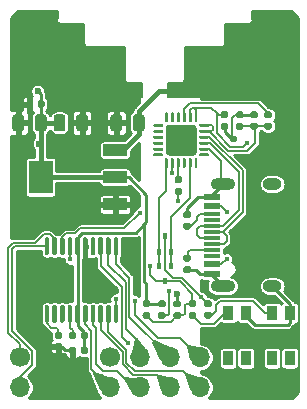
<source format=gtl>
G04 #@! TF.GenerationSoftware,KiCad,Pcbnew,5.1.9+dfsg1-1*
G04 #@! TF.CreationDate,2022-04-17T13:51:57+02:00*
G04 #@! TF.ProjectId,edgedriver,65646765-6472-4697-9665-722e6b696361,rev?*
G04 #@! TF.SameCoordinates,Original*
G04 #@! TF.FileFunction,Copper,L1,Top*
G04 #@! TF.FilePolarity,Positive*
%FSLAX46Y46*%
G04 Gerber Fmt 4.6, Leading zero omitted, Abs format (unit mm)*
G04 Created by KiCad (PCBNEW 5.1.9+dfsg1-1) date 2022-04-17 13:51:57*
%MOMM*%
%LPD*%
G01*
G04 APERTURE LIST*
G04 #@! TA.AperFunction,SMDPad,CuDef*
%ADD10R,0.400000X0.510000*%
G04 #@! TD*
G04 #@! TA.AperFunction,ComponentPad*
%ADD11O,1.600000X1.000000*%
G04 #@! TD*
G04 #@! TA.AperFunction,ComponentPad*
%ADD12O,2.100000X1.000000*%
G04 #@! TD*
G04 #@! TA.AperFunction,SMDPad,CuDef*
%ADD13R,1.450000X0.300000*%
G04 #@! TD*
G04 #@! TA.AperFunction,SMDPad,CuDef*
%ADD14R,1.450000X0.600000*%
G04 #@! TD*
G04 #@! TA.AperFunction,SMDPad,CuDef*
%ADD15R,0.900000X1.250000*%
G04 #@! TD*
G04 #@! TA.AperFunction,SMDPad,CuDef*
%ADD16R,2.000000X2.800000*%
G04 #@! TD*
G04 #@! TA.AperFunction,SMDPad,CuDef*
%ADD17R,2.000000X1.000000*%
G04 #@! TD*
G04 #@! TA.AperFunction,ComponentPad*
%ADD18C,1.700000*%
G04 #@! TD*
G04 #@! TA.AperFunction,ComponentPad*
%ADD19O,1.700000X1.700000*%
G04 #@! TD*
G04 #@! TA.AperFunction,ViaPad*
%ADD20C,0.600000*%
G04 #@! TD*
G04 #@! TA.AperFunction,ViaPad*
%ADD21C,0.450000*%
G04 #@! TD*
G04 #@! TA.AperFunction,Conductor*
%ADD22C,0.150000*%
G04 #@! TD*
G04 #@! TA.AperFunction,Conductor*
%ADD23C,0.400000*%
G04 #@! TD*
G04 #@! TA.AperFunction,Conductor*
%ADD24C,0.240000*%
G04 #@! TD*
G04 #@! TA.AperFunction,Conductor*
%ADD25C,0.200000*%
G04 #@! TD*
G04 #@! TA.AperFunction,Conductor*
%ADD26C,0.180000*%
G04 #@! TD*
G04 #@! TA.AperFunction,Conductor*
%ADD27C,0.100000*%
G04 #@! TD*
G04 #@! TA.AperFunction,Conductor*
%ADD28C,0.254000*%
G04 #@! TD*
G04 APERTURE END LIST*
D10*
X400000Y10295000D03*
X900000Y9005000D03*
X1400000Y10295000D03*
D11*
X9950000Y17220000D03*
X9950000Y8580000D03*
D12*
X5770000Y8580000D03*
X5770000Y17220000D03*
D13*
X4855000Y12650000D03*
X4855000Y14650000D03*
X4855000Y14150000D03*
X4855000Y13650000D03*
X4855000Y13150000D03*
X4855000Y12150000D03*
X4855000Y11650000D03*
X4855000Y11150000D03*
D14*
X4855000Y16150000D03*
X4855000Y15350000D03*
X4855000Y10450000D03*
X4855000Y9650000D03*
X4855000Y9650000D03*
X4855000Y10450000D03*
X4855000Y15350000D03*
X4855000Y16150000D03*
D10*
X400000Y11505000D03*
X900000Y12795000D03*
X1400000Y11505000D03*
G04 #@! TA.AperFunction,SMDPad,CuDef*
G36*
G01*
X-9150000Y22875000D02*
X-9150000Y21925000D01*
G75*
G02*
X-9400000Y21675000I-250000J0D01*
G01*
X-9900000Y21675000D01*
G75*
G02*
X-10150000Y21925000I0J250000D01*
G01*
X-10150000Y22875000D01*
G75*
G02*
X-9900000Y23125000I250000J0D01*
G01*
X-9400000Y23125000D01*
G75*
G02*
X-9150000Y22875000I0J-250000D01*
G01*
G37*
G04 #@! TD.AperFunction*
G04 #@! TA.AperFunction,SMDPad,CuDef*
G36*
G01*
X-11050000Y22875000D02*
X-11050000Y21925000D01*
G75*
G02*
X-11300000Y21675000I-250000J0D01*
G01*
X-11800000Y21675000D01*
G75*
G02*
X-12050000Y21925000I0J250000D01*
G01*
X-12050000Y22875000D01*
G75*
G02*
X-11800000Y23125000I250000J0D01*
G01*
X-11300000Y23125000D01*
G75*
G02*
X-11050000Y22875000I0J-250000D01*
G01*
G37*
G04 #@! TD.AperFunction*
D15*
X9950000Y2475000D03*
X11450000Y2475000D03*
X9950000Y6325000D03*
X11450000Y6325000D03*
X6250000Y2475000D03*
X7750000Y2475000D03*
X6250000Y6325000D03*
X7750000Y6325000D03*
G04 #@! TA.AperFunction,SMDPad,CuDef*
G36*
G01*
X3027500Y7380000D02*
X3372500Y7380000D01*
G75*
G02*
X3520000Y7232500I0J-147500D01*
G01*
X3520000Y6937500D01*
G75*
G02*
X3372500Y6790000I-147500J0D01*
G01*
X3027500Y6790000D01*
G75*
G02*
X2880000Y6937500I0J147500D01*
G01*
X2880000Y7232500D01*
G75*
G02*
X3027500Y7380000I147500J0D01*
G01*
G37*
G04 #@! TD.AperFunction*
G04 #@! TA.AperFunction,SMDPad,CuDef*
G36*
G01*
X3027500Y6410000D02*
X3372500Y6410000D01*
G75*
G02*
X3520000Y6262500I0J-147500D01*
G01*
X3520000Y5967500D01*
G75*
G02*
X3372500Y5820000I-147500J0D01*
G01*
X3027500Y5820000D01*
G75*
G02*
X2880000Y5967500I0J147500D01*
G01*
X2880000Y6262500D01*
G75*
G02*
X3027500Y6410000I147500J0D01*
G01*
G37*
G04 #@! TD.AperFunction*
G04 #@! TA.AperFunction,SMDPad,CuDef*
G36*
G01*
X-9025000Y5500000D02*
X-9225000Y5500000D01*
G75*
G02*
X-9325000Y5600000I0J100000D01*
G01*
X-9325000Y6875000D01*
G75*
G02*
X-9225000Y6975000I100000J0D01*
G01*
X-9025000Y6975000D01*
G75*
G02*
X-8925000Y6875000I0J-100000D01*
G01*
X-8925000Y5600000D01*
G75*
G02*
X-9025000Y5500000I-100000J0D01*
G01*
G37*
G04 #@! TD.AperFunction*
G04 #@! TA.AperFunction,SMDPad,CuDef*
G36*
G01*
X-8375000Y5500000D02*
X-8575000Y5500000D01*
G75*
G02*
X-8675000Y5600000I0J100000D01*
G01*
X-8675000Y6875000D01*
G75*
G02*
X-8575000Y6975000I100000J0D01*
G01*
X-8375000Y6975000D01*
G75*
G02*
X-8275000Y6875000I0J-100000D01*
G01*
X-8275000Y5600000D01*
G75*
G02*
X-8375000Y5500000I-100000J0D01*
G01*
G37*
G04 #@! TD.AperFunction*
G04 #@! TA.AperFunction,SMDPad,CuDef*
G36*
G01*
X-7725000Y5500000D02*
X-7925000Y5500000D01*
G75*
G02*
X-8025000Y5600000I0J100000D01*
G01*
X-8025000Y6875000D01*
G75*
G02*
X-7925000Y6975000I100000J0D01*
G01*
X-7725000Y6975000D01*
G75*
G02*
X-7625000Y6875000I0J-100000D01*
G01*
X-7625000Y5600000D01*
G75*
G02*
X-7725000Y5500000I-100000J0D01*
G01*
G37*
G04 #@! TD.AperFunction*
G04 #@! TA.AperFunction,SMDPad,CuDef*
G36*
G01*
X-7075000Y5500000D02*
X-7275000Y5500000D01*
G75*
G02*
X-7375000Y5600000I0J100000D01*
G01*
X-7375000Y6875000D01*
G75*
G02*
X-7275000Y6975000I100000J0D01*
G01*
X-7075000Y6975000D01*
G75*
G02*
X-6975000Y6875000I0J-100000D01*
G01*
X-6975000Y5600000D01*
G75*
G02*
X-7075000Y5500000I-100000J0D01*
G01*
G37*
G04 #@! TD.AperFunction*
G04 #@! TA.AperFunction,SMDPad,CuDef*
G36*
G01*
X-6425000Y5500000D02*
X-6625000Y5500000D01*
G75*
G02*
X-6725000Y5600000I0J100000D01*
G01*
X-6725000Y6875000D01*
G75*
G02*
X-6625000Y6975000I100000J0D01*
G01*
X-6425000Y6975000D01*
G75*
G02*
X-6325000Y6875000I0J-100000D01*
G01*
X-6325000Y5600000D01*
G75*
G02*
X-6425000Y5500000I-100000J0D01*
G01*
G37*
G04 #@! TD.AperFunction*
G04 #@! TA.AperFunction,SMDPad,CuDef*
G36*
G01*
X-5775000Y5500000D02*
X-5975000Y5500000D01*
G75*
G02*
X-6075000Y5600000I0J100000D01*
G01*
X-6075000Y6875000D01*
G75*
G02*
X-5975000Y6975000I100000J0D01*
G01*
X-5775000Y6975000D01*
G75*
G02*
X-5675000Y6875000I0J-100000D01*
G01*
X-5675000Y5600000D01*
G75*
G02*
X-5775000Y5500000I-100000J0D01*
G01*
G37*
G04 #@! TD.AperFunction*
G04 #@! TA.AperFunction,SMDPad,CuDef*
G36*
G01*
X-5125000Y5500000D02*
X-5325000Y5500000D01*
G75*
G02*
X-5425000Y5600000I0J100000D01*
G01*
X-5425000Y6875000D01*
G75*
G02*
X-5325000Y6975000I100000J0D01*
G01*
X-5125000Y6975000D01*
G75*
G02*
X-5025000Y6875000I0J-100000D01*
G01*
X-5025000Y5600000D01*
G75*
G02*
X-5125000Y5500000I-100000J0D01*
G01*
G37*
G04 #@! TD.AperFunction*
G04 #@! TA.AperFunction,SMDPad,CuDef*
G36*
G01*
X-4475000Y5500000D02*
X-4675000Y5500000D01*
G75*
G02*
X-4775000Y5600000I0J100000D01*
G01*
X-4775000Y6875000D01*
G75*
G02*
X-4675000Y6975000I100000J0D01*
G01*
X-4475000Y6975000D01*
G75*
G02*
X-4375000Y6875000I0J-100000D01*
G01*
X-4375000Y5600000D01*
G75*
G02*
X-4475000Y5500000I-100000J0D01*
G01*
G37*
G04 #@! TD.AperFunction*
G04 #@! TA.AperFunction,SMDPad,CuDef*
G36*
G01*
X-3825000Y5500000D02*
X-4025000Y5500000D01*
G75*
G02*
X-4125000Y5600000I0J100000D01*
G01*
X-4125000Y6875000D01*
G75*
G02*
X-4025000Y6975000I100000J0D01*
G01*
X-3825000Y6975000D01*
G75*
G02*
X-3725000Y6875000I0J-100000D01*
G01*
X-3725000Y5600000D01*
G75*
G02*
X-3825000Y5500000I-100000J0D01*
G01*
G37*
G04 #@! TD.AperFunction*
G04 #@! TA.AperFunction,SMDPad,CuDef*
G36*
G01*
X-3175000Y5500000D02*
X-3375000Y5500000D01*
G75*
G02*
X-3475000Y5600000I0J100000D01*
G01*
X-3475000Y6875000D01*
G75*
G02*
X-3375000Y6975000I100000J0D01*
G01*
X-3175000Y6975000D01*
G75*
G02*
X-3075000Y6875000I0J-100000D01*
G01*
X-3075000Y5600000D01*
G75*
G02*
X-3175000Y5500000I-100000J0D01*
G01*
G37*
G04 #@! TD.AperFunction*
G04 #@! TA.AperFunction,SMDPad,CuDef*
G36*
G01*
X-3175000Y11225000D02*
X-3375000Y11225000D01*
G75*
G02*
X-3475000Y11325000I0J100000D01*
G01*
X-3475000Y12600000D01*
G75*
G02*
X-3375000Y12700000I100000J0D01*
G01*
X-3175000Y12700000D01*
G75*
G02*
X-3075000Y12600000I0J-100000D01*
G01*
X-3075000Y11325000D01*
G75*
G02*
X-3175000Y11225000I-100000J0D01*
G01*
G37*
G04 #@! TD.AperFunction*
G04 #@! TA.AperFunction,SMDPad,CuDef*
G36*
G01*
X-3825000Y11225000D02*
X-4025000Y11225000D01*
G75*
G02*
X-4125000Y11325000I0J100000D01*
G01*
X-4125000Y12600000D01*
G75*
G02*
X-4025000Y12700000I100000J0D01*
G01*
X-3825000Y12700000D01*
G75*
G02*
X-3725000Y12600000I0J-100000D01*
G01*
X-3725000Y11325000D01*
G75*
G02*
X-3825000Y11225000I-100000J0D01*
G01*
G37*
G04 #@! TD.AperFunction*
G04 #@! TA.AperFunction,SMDPad,CuDef*
G36*
G01*
X-4475000Y11225000D02*
X-4675000Y11225000D01*
G75*
G02*
X-4775000Y11325000I0J100000D01*
G01*
X-4775000Y12600000D01*
G75*
G02*
X-4675000Y12700000I100000J0D01*
G01*
X-4475000Y12700000D01*
G75*
G02*
X-4375000Y12600000I0J-100000D01*
G01*
X-4375000Y11325000D01*
G75*
G02*
X-4475000Y11225000I-100000J0D01*
G01*
G37*
G04 #@! TD.AperFunction*
G04 #@! TA.AperFunction,SMDPad,CuDef*
G36*
G01*
X-5125000Y11225000D02*
X-5325000Y11225000D01*
G75*
G02*
X-5425000Y11325000I0J100000D01*
G01*
X-5425000Y12600000D01*
G75*
G02*
X-5325000Y12700000I100000J0D01*
G01*
X-5125000Y12700000D01*
G75*
G02*
X-5025000Y12600000I0J-100000D01*
G01*
X-5025000Y11325000D01*
G75*
G02*
X-5125000Y11225000I-100000J0D01*
G01*
G37*
G04 #@! TD.AperFunction*
G04 #@! TA.AperFunction,SMDPad,CuDef*
G36*
G01*
X-5775000Y11225000D02*
X-5975000Y11225000D01*
G75*
G02*
X-6075000Y11325000I0J100000D01*
G01*
X-6075000Y12600000D01*
G75*
G02*
X-5975000Y12700000I100000J0D01*
G01*
X-5775000Y12700000D01*
G75*
G02*
X-5675000Y12600000I0J-100000D01*
G01*
X-5675000Y11325000D01*
G75*
G02*
X-5775000Y11225000I-100000J0D01*
G01*
G37*
G04 #@! TD.AperFunction*
G04 #@! TA.AperFunction,SMDPad,CuDef*
G36*
G01*
X-6425000Y11225000D02*
X-6625000Y11225000D01*
G75*
G02*
X-6725000Y11325000I0J100000D01*
G01*
X-6725000Y12600000D01*
G75*
G02*
X-6625000Y12700000I100000J0D01*
G01*
X-6425000Y12700000D01*
G75*
G02*
X-6325000Y12600000I0J-100000D01*
G01*
X-6325000Y11325000D01*
G75*
G02*
X-6425000Y11225000I-100000J0D01*
G01*
G37*
G04 #@! TD.AperFunction*
G04 #@! TA.AperFunction,SMDPad,CuDef*
G36*
G01*
X-7075000Y11225000D02*
X-7275000Y11225000D01*
G75*
G02*
X-7375000Y11325000I0J100000D01*
G01*
X-7375000Y12600000D01*
G75*
G02*
X-7275000Y12700000I100000J0D01*
G01*
X-7075000Y12700000D01*
G75*
G02*
X-6975000Y12600000I0J-100000D01*
G01*
X-6975000Y11325000D01*
G75*
G02*
X-7075000Y11225000I-100000J0D01*
G01*
G37*
G04 #@! TD.AperFunction*
G04 #@! TA.AperFunction,SMDPad,CuDef*
G36*
G01*
X-7725000Y11225000D02*
X-7925000Y11225000D01*
G75*
G02*
X-8025000Y11325000I0J100000D01*
G01*
X-8025000Y12600000D01*
G75*
G02*
X-7925000Y12700000I100000J0D01*
G01*
X-7725000Y12700000D01*
G75*
G02*
X-7625000Y12600000I0J-100000D01*
G01*
X-7625000Y11325000D01*
G75*
G02*
X-7725000Y11225000I-100000J0D01*
G01*
G37*
G04 #@! TD.AperFunction*
G04 #@! TA.AperFunction,SMDPad,CuDef*
G36*
G01*
X-8375000Y11225000D02*
X-8575000Y11225000D01*
G75*
G02*
X-8675000Y11325000I0J100000D01*
G01*
X-8675000Y12600000D01*
G75*
G02*
X-8575000Y12700000I100000J0D01*
G01*
X-8375000Y12700000D01*
G75*
G02*
X-8275000Y12600000I0J-100000D01*
G01*
X-8275000Y11325000D01*
G75*
G02*
X-8375000Y11225000I-100000J0D01*
G01*
G37*
G04 #@! TD.AperFunction*
G04 #@! TA.AperFunction,SMDPad,CuDef*
G36*
G01*
X-9025000Y11225000D02*
X-9225000Y11225000D01*
G75*
G02*
X-9325000Y11325000I0J100000D01*
G01*
X-9325000Y12600000D01*
G75*
G02*
X-9225000Y12700000I100000J0D01*
G01*
X-9025000Y12700000D01*
G75*
G02*
X-8925000Y12600000I0J-100000D01*
G01*
X-8925000Y11325000D01*
G75*
G02*
X-9025000Y11225000I-100000J0D01*
G01*
G37*
G04 #@! TD.AperFunction*
D16*
X-9650000Y17800000D03*
D17*
X-3350000Y17800000D03*
X-3350000Y20100000D03*
X-3350000Y15500000D03*
G04 #@! TA.AperFunction,SMDPad,CuDef*
G36*
G01*
X-7230000Y4227500D02*
X-7230000Y4572500D01*
G75*
G02*
X-7082500Y4720000I147500J0D01*
G01*
X-6787500Y4720000D01*
G75*
G02*
X-6640000Y4572500I0J-147500D01*
G01*
X-6640000Y4227500D01*
G75*
G02*
X-6787500Y4080000I-147500J0D01*
G01*
X-7082500Y4080000D01*
G75*
G02*
X-7230000Y4227500I0J147500D01*
G01*
G37*
G04 #@! TD.AperFunction*
G04 #@! TA.AperFunction,SMDPad,CuDef*
G36*
G01*
X-6260000Y4227500D02*
X-6260000Y4572500D01*
G75*
G02*
X-6112500Y4720000I147500J0D01*
G01*
X-5817500Y4720000D01*
G75*
G02*
X-5670000Y4572500I0J-147500D01*
G01*
X-5670000Y4227500D01*
G75*
G02*
X-5817500Y4080000I-147500J0D01*
G01*
X-6112500Y4080000D01*
G75*
G02*
X-6260000Y4227500I0J147500D01*
G01*
G37*
G04 #@! TD.AperFunction*
G04 #@! TA.AperFunction,SMDPad,CuDef*
G36*
G01*
X-5670000Y3322500D02*
X-5670000Y2977500D01*
G75*
G02*
X-5817500Y2830000I-147500J0D01*
G01*
X-6112500Y2830000D01*
G75*
G02*
X-6260000Y2977500I0J147500D01*
G01*
X-6260000Y3322500D01*
G75*
G02*
X-6112500Y3470000I147500J0D01*
G01*
X-5817500Y3470000D01*
G75*
G02*
X-5670000Y3322500I0J-147500D01*
G01*
G37*
G04 #@! TD.AperFunction*
G04 #@! TA.AperFunction,SMDPad,CuDef*
G36*
G01*
X-6640000Y3322500D02*
X-6640000Y2977500D01*
G75*
G02*
X-6787500Y2830000I-147500J0D01*
G01*
X-7082500Y2830000D01*
G75*
G02*
X-7230000Y2977500I0J147500D01*
G01*
X-7230000Y3322500D01*
G75*
G02*
X-7082500Y3470000I147500J0D01*
G01*
X-6787500Y3470000D01*
G75*
G02*
X-6640000Y3322500I0J-147500D01*
G01*
G37*
G04 #@! TD.AperFunction*
G04 #@! TA.AperFunction,SMDPad,CuDef*
G36*
G01*
X-8322500Y3760000D02*
X-7977500Y3760000D01*
G75*
G02*
X-7830000Y3612500I0J-147500D01*
G01*
X-7830000Y3317500D01*
G75*
G02*
X-7977500Y3170000I-147500J0D01*
G01*
X-8322500Y3170000D01*
G75*
G02*
X-8470000Y3317500I0J147500D01*
G01*
X-8470000Y3612500D01*
G75*
G02*
X-8322500Y3760000I147500J0D01*
G01*
G37*
G04 #@! TD.AperFunction*
G04 #@! TA.AperFunction,SMDPad,CuDef*
G36*
G01*
X-8322500Y4730000D02*
X-7977500Y4730000D01*
G75*
G02*
X-7830000Y4582500I0J-147500D01*
G01*
X-7830000Y4287500D01*
G75*
G02*
X-7977500Y4140000I-147500J0D01*
G01*
X-8322500Y4140000D01*
G75*
G02*
X-8470000Y4287500I0J147500D01*
G01*
X-8470000Y4582500D01*
G75*
G02*
X-8322500Y4730000I147500J0D01*
G01*
G37*
G04 #@! TD.AperFunction*
D18*
X-11430000Y2540000D03*
D19*
X-11430000Y0D03*
D18*
X-3810000Y2540000D03*
D19*
X-1270000Y2540000D03*
X1270000Y2540000D03*
X3810000Y2540000D03*
G04 #@! TA.AperFunction,SMDPad,CuDef*
G36*
G01*
X3550000Y21987500D02*
X3550000Y19887500D01*
G75*
G02*
X3300000Y19637500I-250000J0D01*
G01*
X1200000Y19637500D01*
G75*
G02*
X950000Y19887500I0J250000D01*
G01*
X950000Y21987500D01*
G75*
G02*
X1200000Y22237500I250000J0D01*
G01*
X3300000Y22237500D01*
G75*
G02*
X3550000Y21987500I0J-250000D01*
G01*
G37*
G04 #@! TD.AperFunction*
G04 #@! TA.AperFunction,SMDPad,CuDef*
G36*
G01*
X4600000Y19750000D02*
X4600000Y19625000D01*
G75*
G02*
X4537500Y19562500I-62500J0D01*
G01*
X3837500Y19562500D01*
G75*
G02*
X3775000Y19625000I0J62500D01*
G01*
X3775000Y19750000D01*
G75*
G02*
X3837500Y19812500I62500J0D01*
G01*
X4537500Y19812500D01*
G75*
G02*
X4600000Y19750000I0J-62500D01*
G01*
G37*
G04 #@! TD.AperFunction*
G04 #@! TA.AperFunction,SMDPad,CuDef*
G36*
G01*
X4600000Y20250000D02*
X4600000Y20125000D01*
G75*
G02*
X4537500Y20062500I-62500J0D01*
G01*
X3837500Y20062500D01*
G75*
G02*
X3775000Y20125000I0J62500D01*
G01*
X3775000Y20250000D01*
G75*
G02*
X3837500Y20312500I62500J0D01*
G01*
X4537500Y20312500D01*
G75*
G02*
X4600000Y20250000I0J-62500D01*
G01*
G37*
G04 #@! TD.AperFunction*
G04 #@! TA.AperFunction,SMDPad,CuDef*
G36*
G01*
X4600000Y20750000D02*
X4600000Y20625000D01*
G75*
G02*
X4537500Y20562500I-62500J0D01*
G01*
X3837500Y20562500D01*
G75*
G02*
X3775000Y20625000I0J62500D01*
G01*
X3775000Y20750000D01*
G75*
G02*
X3837500Y20812500I62500J0D01*
G01*
X4537500Y20812500D01*
G75*
G02*
X4600000Y20750000I0J-62500D01*
G01*
G37*
G04 #@! TD.AperFunction*
G04 #@! TA.AperFunction,SMDPad,CuDef*
G36*
G01*
X4600000Y21250000D02*
X4600000Y21125000D01*
G75*
G02*
X4537500Y21062500I-62500J0D01*
G01*
X3837500Y21062500D01*
G75*
G02*
X3775000Y21125000I0J62500D01*
G01*
X3775000Y21250000D01*
G75*
G02*
X3837500Y21312500I62500J0D01*
G01*
X4537500Y21312500D01*
G75*
G02*
X4600000Y21250000I0J-62500D01*
G01*
G37*
G04 #@! TD.AperFunction*
G04 #@! TA.AperFunction,SMDPad,CuDef*
G36*
G01*
X4600000Y21750000D02*
X4600000Y21625000D01*
G75*
G02*
X4537500Y21562500I-62500J0D01*
G01*
X3837500Y21562500D01*
G75*
G02*
X3775000Y21625000I0J62500D01*
G01*
X3775000Y21750000D01*
G75*
G02*
X3837500Y21812500I62500J0D01*
G01*
X4537500Y21812500D01*
G75*
G02*
X4600000Y21750000I0J-62500D01*
G01*
G37*
G04 #@! TD.AperFunction*
G04 #@! TA.AperFunction,SMDPad,CuDef*
G36*
G01*
X4600000Y22250000D02*
X4600000Y22125000D01*
G75*
G02*
X4537500Y22062500I-62500J0D01*
G01*
X3837500Y22062500D01*
G75*
G02*
X3775000Y22125000I0J62500D01*
G01*
X3775000Y22250000D01*
G75*
G02*
X3837500Y22312500I62500J0D01*
G01*
X4537500Y22312500D01*
G75*
G02*
X4600000Y22250000I0J-62500D01*
G01*
G37*
G04 #@! TD.AperFunction*
G04 #@! TA.AperFunction,SMDPad,CuDef*
G36*
G01*
X3625000Y23225000D02*
X3625000Y22525000D01*
G75*
G02*
X3562500Y22462500I-62500J0D01*
G01*
X3437500Y22462500D01*
G75*
G02*
X3375000Y22525000I0J62500D01*
G01*
X3375000Y23225000D01*
G75*
G02*
X3437500Y23287500I62500J0D01*
G01*
X3562500Y23287500D01*
G75*
G02*
X3625000Y23225000I0J-62500D01*
G01*
G37*
G04 #@! TD.AperFunction*
G04 #@! TA.AperFunction,SMDPad,CuDef*
G36*
G01*
X3125000Y23225000D02*
X3125000Y22525000D01*
G75*
G02*
X3062500Y22462500I-62500J0D01*
G01*
X2937500Y22462500D01*
G75*
G02*
X2875000Y22525000I0J62500D01*
G01*
X2875000Y23225000D01*
G75*
G02*
X2937500Y23287500I62500J0D01*
G01*
X3062500Y23287500D01*
G75*
G02*
X3125000Y23225000I0J-62500D01*
G01*
G37*
G04 #@! TD.AperFunction*
G04 #@! TA.AperFunction,SMDPad,CuDef*
G36*
G01*
X2625000Y23225000D02*
X2625000Y22525000D01*
G75*
G02*
X2562500Y22462500I-62500J0D01*
G01*
X2437500Y22462500D01*
G75*
G02*
X2375000Y22525000I0J62500D01*
G01*
X2375000Y23225000D01*
G75*
G02*
X2437500Y23287500I62500J0D01*
G01*
X2562500Y23287500D01*
G75*
G02*
X2625000Y23225000I0J-62500D01*
G01*
G37*
G04 #@! TD.AperFunction*
G04 #@! TA.AperFunction,SMDPad,CuDef*
G36*
G01*
X2125000Y23225000D02*
X2125000Y22525000D01*
G75*
G02*
X2062500Y22462500I-62500J0D01*
G01*
X1937500Y22462500D01*
G75*
G02*
X1875000Y22525000I0J62500D01*
G01*
X1875000Y23225000D01*
G75*
G02*
X1937500Y23287500I62500J0D01*
G01*
X2062500Y23287500D01*
G75*
G02*
X2125000Y23225000I0J-62500D01*
G01*
G37*
G04 #@! TD.AperFunction*
G04 #@! TA.AperFunction,SMDPad,CuDef*
G36*
G01*
X1625000Y23225000D02*
X1625000Y22525000D01*
G75*
G02*
X1562500Y22462500I-62500J0D01*
G01*
X1437500Y22462500D01*
G75*
G02*
X1375000Y22525000I0J62500D01*
G01*
X1375000Y23225000D01*
G75*
G02*
X1437500Y23287500I62500J0D01*
G01*
X1562500Y23287500D01*
G75*
G02*
X1625000Y23225000I0J-62500D01*
G01*
G37*
G04 #@! TD.AperFunction*
G04 #@! TA.AperFunction,SMDPad,CuDef*
G36*
G01*
X1125000Y23225000D02*
X1125000Y22525000D01*
G75*
G02*
X1062500Y22462500I-62500J0D01*
G01*
X937500Y22462500D01*
G75*
G02*
X875000Y22525000I0J62500D01*
G01*
X875000Y23225000D01*
G75*
G02*
X937500Y23287500I62500J0D01*
G01*
X1062500Y23287500D01*
G75*
G02*
X1125000Y23225000I0J-62500D01*
G01*
G37*
G04 #@! TD.AperFunction*
G04 #@! TA.AperFunction,SMDPad,CuDef*
G36*
G01*
X725000Y22250000D02*
X725000Y22125000D01*
G75*
G02*
X662500Y22062500I-62500J0D01*
G01*
X-37500Y22062500D01*
G75*
G02*
X-100000Y22125000I0J62500D01*
G01*
X-100000Y22250000D01*
G75*
G02*
X-37500Y22312500I62500J0D01*
G01*
X662500Y22312500D01*
G75*
G02*
X725000Y22250000I0J-62500D01*
G01*
G37*
G04 #@! TD.AperFunction*
G04 #@! TA.AperFunction,SMDPad,CuDef*
G36*
G01*
X725000Y21750000D02*
X725000Y21625000D01*
G75*
G02*
X662500Y21562500I-62500J0D01*
G01*
X-37500Y21562500D01*
G75*
G02*
X-100000Y21625000I0J62500D01*
G01*
X-100000Y21750000D01*
G75*
G02*
X-37500Y21812500I62500J0D01*
G01*
X662500Y21812500D01*
G75*
G02*
X725000Y21750000I0J-62500D01*
G01*
G37*
G04 #@! TD.AperFunction*
G04 #@! TA.AperFunction,SMDPad,CuDef*
G36*
G01*
X725000Y21250000D02*
X725000Y21125000D01*
G75*
G02*
X662500Y21062500I-62500J0D01*
G01*
X-37500Y21062500D01*
G75*
G02*
X-100000Y21125000I0J62500D01*
G01*
X-100000Y21250000D01*
G75*
G02*
X-37500Y21312500I62500J0D01*
G01*
X662500Y21312500D01*
G75*
G02*
X725000Y21250000I0J-62500D01*
G01*
G37*
G04 #@! TD.AperFunction*
G04 #@! TA.AperFunction,SMDPad,CuDef*
G36*
G01*
X725000Y20750000D02*
X725000Y20625000D01*
G75*
G02*
X662500Y20562500I-62500J0D01*
G01*
X-37500Y20562500D01*
G75*
G02*
X-100000Y20625000I0J62500D01*
G01*
X-100000Y20750000D01*
G75*
G02*
X-37500Y20812500I62500J0D01*
G01*
X662500Y20812500D01*
G75*
G02*
X725000Y20750000I0J-62500D01*
G01*
G37*
G04 #@! TD.AperFunction*
G04 #@! TA.AperFunction,SMDPad,CuDef*
G36*
G01*
X725000Y20250000D02*
X725000Y20125000D01*
G75*
G02*
X662500Y20062500I-62500J0D01*
G01*
X-37500Y20062500D01*
G75*
G02*
X-100000Y20125000I0J62500D01*
G01*
X-100000Y20250000D01*
G75*
G02*
X-37500Y20312500I62500J0D01*
G01*
X662500Y20312500D01*
G75*
G02*
X725000Y20250000I0J-62500D01*
G01*
G37*
G04 #@! TD.AperFunction*
G04 #@! TA.AperFunction,SMDPad,CuDef*
G36*
G01*
X725000Y19750000D02*
X725000Y19625000D01*
G75*
G02*
X662500Y19562500I-62500J0D01*
G01*
X-37500Y19562500D01*
G75*
G02*
X-100000Y19625000I0J62500D01*
G01*
X-100000Y19750000D01*
G75*
G02*
X-37500Y19812500I62500J0D01*
G01*
X662500Y19812500D01*
G75*
G02*
X725000Y19750000I0J-62500D01*
G01*
G37*
G04 #@! TD.AperFunction*
G04 #@! TA.AperFunction,SMDPad,CuDef*
G36*
G01*
X1125000Y19350000D02*
X1125000Y18650000D01*
G75*
G02*
X1062500Y18587500I-62500J0D01*
G01*
X937500Y18587500D01*
G75*
G02*
X875000Y18650000I0J62500D01*
G01*
X875000Y19350000D01*
G75*
G02*
X937500Y19412500I62500J0D01*
G01*
X1062500Y19412500D01*
G75*
G02*
X1125000Y19350000I0J-62500D01*
G01*
G37*
G04 #@! TD.AperFunction*
G04 #@! TA.AperFunction,SMDPad,CuDef*
G36*
G01*
X1625000Y19350000D02*
X1625000Y18650000D01*
G75*
G02*
X1562500Y18587500I-62500J0D01*
G01*
X1437500Y18587500D01*
G75*
G02*
X1375000Y18650000I0J62500D01*
G01*
X1375000Y19350000D01*
G75*
G02*
X1437500Y19412500I62500J0D01*
G01*
X1562500Y19412500D01*
G75*
G02*
X1625000Y19350000I0J-62500D01*
G01*
G37*
G04 #@! TD.AperFunction*
G04 #@! TA.AperFunction,SMDPad,CuDef*
G36*
G01*
X2125000Y19350000D02*
X2125000Y18650000D01*
G75*
G02*
X2062500Y18587500I-62500J0D01*
G01*
X1937500Y18587500D01*
G75*
G02*
X1875000Y18650000I0J62500D01*
G01*
X1875000Y19350000D01*
G75*
G02*
X1937500Y19412500I62500J0D01*
G01*
X2062500Y19412500D01*
G75*
G02*
X2125000Y19350000I0J-62500D01*
G01*
G37*
G04 #@! TD.AperFunction*
G04 #@! TA.AperFunction,SMDPad,CuDef*
G36*
G01*
X2625000Y19350000D02*
X2625000Y18650000D01*
G75*
G02*
X2562500Y18587500I-62500J0D01*
G01*
X2437500Y18587500D01*
G75*
G02*
X2375000Y18650000I0J62500D01*
G01*
X2375000Y19350000D01*
G75*
G02*
X2437500Y19412500I62500J0D01*
G01*
X2562500Y19412500D01*
G75*
G02*
X2625000Y19350000I0J-62500D01*
G01*
G37*
G04 #@! TD.AperFunction*
G04 #@! TA.AperFunction,SMDPad,CuDef*
G36*
G01*
X3125000Y19350000D02*
X3125000Y18650000D01*
G75*
G02*
X3062500Y18587500I-62500J0D01*
G01*
X2937500Y18587500D01*
G75*
G02*
X2875000Y18650000I0J62500D01*
G01*
X2875000Y19350000D01*
G75*
G02*
X2937500Y19412500I62500J0D01*
G01*
X3062500Y19412500D01*
G75*
G02*
X3125000Y19350000I0J-62500D01*
G01*
G37*
G04 #@! TD.AperFunction*
G04 #@! TA.AperFunction,SMDPad,CuDef*
G36*
G01*
X3625000Y19350000D02*
X3625000Y18650000D01*
G75*
G02*
X3562500Y18587500I-62500J0D01*
G01*
X3437500Y18587500D01*
G75*
G02*
X3375000Y18650000I0J62500D01*
G01*
X3375000Y19350000D01*
G75*
G02*
X3437500Y19412500I62500J0D01*
G01*
X3562500Y19412500D01*
G75*
G02*
X3625000Y19350000I0J-62500D01*
G01*
G37*
G04 #@! TD.AperFunction*
D18*
X-8890000Y0D03*
D19*
X-6350000Y0D03*
X-3810000Y0D03*
X-1270000Y0D03*
X1270000Y0D03*
X3810000Y0D03*
X6350000Y0D03*
X8890000Y0D03*
G04 #@! TA.AperFunction,SMDPad,CuDef*
G36*
G01*
X2182500Y16310000D02*
X1837500Y16310000D01*
G75*
G02*
X1690000Y16457500I0J147500D01*
G01*
X1690000Y16752500D01*
G75*
G02*
X1837500Y16900000I147500J0D01*
G01*
X2182500Y16900000D01*
G75*
G02*
X2330000Y16752500I0J-147500D01*
G01*
X2330000Y16457500D01*
G75*
G02*
X2182500Y16310000I-147500J0D01*
G01*
G37*
G04 #@! TD.AperFunction*
G04 #@! TA.AperFunction,SMDPad,CuDef*
G36*
G01*
X2182500Y17280000D02*
X1837500Y17280000D01*
G75*
G02*
X1690000Y17427500I0J147500D01*
G01*
X1690000Y17722500D01*
G75*
G02*
X1837500Y17870000I147500J0D01*
G01*
X2182500Y17870000D01*
G75*
G02*
X2330000Y17722500I0J-147500D01*
G01*
X2330000Y17427500D01*
G75*
G02*
X2182500Y17280000I-147500J0D01*
G01*
G37*
G04 #@! TD.AperFunction*
G04 #@! TA.AperFunction,SMDPad,CuDef*
G36*
G01*
X5727500Y22410000D02*
X6072500Y22410000D01*
G75*
G02*
X6220000Y22262500I0J-147500D01*
G01*
X6220000Y21967500D01*
G75*
G02*
X6072500Y21820000I-147500J0D01*
G01*
X5727500Y21820000D01*
G75*
G02*
X5580000Y21967500I0J147500D01*
G01*
X5580000Y22262500D01*
G75*
G02*
X5727500Y22410000I147500J0D01*
G01*
G37*
G04 #@! TD.AperFunction*
G04 #@! TA.AperFunction,SMDPad,CuDef*
G36*
G01*
X5727500Y23380000D02*
X6072500Y23380000D01*
G75*
G02*
X6220000Y23232500I0J-147500D01*
G01*
X6220000Y22937500D01*
G75*
G02*
X6072500Y22790000I-147500J0D01*
G01*
X5727500Y22790000D01*
G75*
G02*
X5580000Y22937500I0J147500D01*
G01*
X5580000Y23232500D01*
G75*
G02*
X5727500Y23380000I147500J0D01*
G01*
G37*
G04 #@! TD.AperFunction*
G04 #@! TA.AperFunction,SMDPad,CuDef*
G36*
G01*
X8572500Y22790000D02*
X8227500Y22790000D01*
G75*
G02*
X8080000Y22937500I0J147500D01*
G01*
X8080000Y23232500D01*
G75*
G02*
X8227500Y23380000I147500J0D01*
G01*
X8572500Y23380000D01*
G75*
G02*
X8720000Y23232500I0J-147500D01*
G01*
X8720000Y22937500D01*
G75*
G02*
X8572500Y22790000I-147500J0D01*
G01*
G37*
G04 #@! TD.AperFunction*
G04 #@! TA.AperFunction,SMDPad,CuDef*
G36*
G01*
X8572500Y21820000D02*
X8227500Y21820000D01*
G75*
G02*
X8080000Y21967500I0J147500D01*
G01*
X8080000Y22262500D01*
G75*
G02*
X8227500Y22410000I147500J0D01*
G01*
X8572500Y22410000D01*
G75*
G02*
X8720000Y22262500I0J-147500D01*
G01*
X8720000Y21967500D01*
G75*
G02*
X8572500Y21820000I-147500J0D01*
G01*
G37*
G04 #@! TD.AperFunction*
G04 #@! TA.AperFunction,SMDPad,CuDef*
G36*
G01*
X-9320000Y24172500D02*
X-9320000Y23827500D01*
G75*
G02*
X-9467500Y23680000I-147500J0D01*
G01*
X-9762500Y23680000D01*
G75*
G02*
X-9910000Y23827500I0J147500D01*
G01*
X-9910000Y24172500D01*
G75*
G02*
X-9762500Y24320000I147500J0D01*
G01*
X-9467500Y24320000D01*
G75*
G02*
X-9320000Y24172500I0J-147500D01*
G01*
G37*
G04 #@! TD.AperFunction*
G04 #@! TA.AperFunction,SMDPad,CuDef*
G36*
G01*
X-10290000Y24172500D02*
X-10290000Y23827500D01*
G75*
G02*
X-10437500Y23680000I-147500J0D01*
G01*
X-10732500Y23680000D01*
G75*
G02*
X-10880000Y23827500I0J147500D01*
G01*
X-10880000Y24172500D01*
G75*
G02*
X-10732500Y24320000I147500J0D01*
G01*
X-10437500Y24320000D01*
G75*
G02*
X-10290000Y24172500I0J-147500D01*
G01*
G37*
G04 #@! TD.AperFunction*
G04 #@! TA.AperFunction,SMDPad,CuDef*
G36*
G01*
X7372500Y21820000D02*
X7027500Y21820000D01*
G75*
G02*
X6880000Y21967500I0J147500D01*
G01*
X6880000Y22262500D01*
G75*
G02*
X7027500Y22410000I147500J0D01*
G01*
X7372500Y22410000D01*
G75*
G02*
X7520000Y22262500I0J-147500D01*
G01*
X7520000Y21967500D01*
G75*
G02*
X7372500Y21820000I-147500J0D01*
G01*
G37*
G04 #@! TD.AperFunction*
G04 #@! TA.AperFunction,SMDPad,CuDef*
G36*
G01*
X7372500Y22790000D02*
X7027500Y22790000D01*
G75*
G02*
X6880000Y22937500I0J147500D01*
G01*
X6880000Y23232500D01*
G75*
G02*
X7027500Y23380000I147500J0D01*
G01*
X7372500Y23380000D01*
G75*
G02*
X7520000Y23232500I0J-147500D01*
G01*
X7520000Y22937500D01*
G75*
G02*
X7372500Y22790000I-147500J0D01*
G01*
G37*
G04 #@! TD.AperFunction*
G04 #@! TA.AperFunction,SMDPad,CuDef*
G36*
G01*
X2072500Y6775000D02*
X1727500Y6775000D01*
G75*
G02*
X1580000Y6922500I0J147500D01*
G01*
X1580000Y7217500D01*
G75*
G02*
X1727500Y7365000I147500J0D01*
G01*
X2072500Y7365000D01*
G75*
G02*
X2220000Y7217500I0J-147500D01*
G01*
X2220000Y6922500D01*
G75*
G02*
X2072500Y6775000I-147500J0D01*
G01*
G37*
G04 #@! TD.AperFunction*
G04 #@! TA.AperFunction,SMDPad,CuDef*
G36*
G01*
X2072500Y5805000D02*
X1727500Y5805000D01*
G75*
G02*
X1580000Y5952500I0J147500D01*
G01*
X1580000Y6247500D01*
G75*
G02*
X1727500Y6395000I147500J0D01*
G01*
X2072500Y6395000D01*
G75*
G02*
X2220000Y6247500I0J-147500D01*
G01*
X2220000Y5952500D01*
G75*
G02*
X2072500Y5805000I-147500J0D01*
G01*
G37*
G04 #@! TD.AperFunction*
G04 #@! TA.AperFunction,SMDPad,CuDef*
G36*
G01*
X9772500Y21820000D02*
X9427500Y21820000D01*
G75*
G02*
X9280000Y21967500I0J147500D01*
G01*
X9280000Y22262500D01*
G75*
G02*
X9427500Y22410000I147500J0D01*
G01*
X9772500Y22410000D01*
G75*
G02*
X9920000Y22262500I0J-147500D01*
G01*
X9920000Y21967500D01*
G75*
G02*
X9772500Y21820000I-147500J0D01*
G01*
G37*
G04 #@! TD.AperFunction*
G04 #@! TA.AperFunction,SMDPad,CuDef*
G36*
G01*
X9772500Y22790000D02*
X9427500Y22790000D01*
G75*
G02*
X9280000Y22937500I0J147500D01*
G01*
X9280000Y23232500D01*
G75*
G02*
X9427500Y23380000I147500J0D01*
G01*
X9772500Y23380000D01*
G75*
G02*
X9920000Y23232500I0J-147500D01*
G01*
X9920000Y22937500D01*
G75*
G02*
X9772500Y22790000I-147500J0D01*
G01*
G37*
G04 #@! TD.AperFunction*
G04 #@! TA.AperFunction,SMDPad,CuDef*
G36*
G01*
X-872500Y6410000D02*
X-527500Y6410000D01*
G75*
G02*
X-380000Y6262500I0J-147500D01*
G01*
X-380000Y5967500D01*
G75*
G02*
X-527500Y5820000I-147500J0D01*
G01*
X-872500Y5820000D01*
G75*
G02*
X-1020000Y5967500I0J147500D01*
G01*
X-1020000Y6262500D01*
G75*
G02*
X-872500Y6410000I147500J0D01*
G01*
G37*
G04 #@! TD.AperFunction*
G04 #@! TA.AperFunction,SMDPad,CuDef*
G36*
G01*
X-872500Y7380000D02*
X-527500Y7380000D01*
G75*
G02*
X-380000Y7232500I0J-147500D01*
G01*
X-380000Y6937500D01*
G75*
G02*
X-527500Y6790000I-147500J0D01*
G01*
X-872500Y6790000D01*
G75*
G02*
X-1020000Y6937500I0J147500D01*
G01*
X-1020000Y7232500D01*
G75*
G02*
X-872500Y7380000I147500J0D01*
G01*
G37*
G04 #@! TD.AperFunction*
G04 #@! TA.AperFunction,SMDPad,CuDef*
G36*
G01*
X2922500Y9685000D02*
X2577500Y9685000D01*
G75*
G02*
X2430000Y9832500I0J147500D01*
G01*
X2430000Y10127500D01*
G75*
G02*
X2577500Y10275000I147500J0D01*
G01*
X2922500Y10275000D01*
G75*
G02*
X3070000Y10127500I0J-147500D01*
G01*
X3070000Y9832500D01*
G75*
G02*
X2922500Y9685000I-147500J0D01*
G01*
G37*
G04 #@! TD.AperFunction*
G04 #@! TA.AperFunction,SMDPad,CuDef*
G36*
G01*
X2922500Y10655000D02*
X2577500Y10655000D01*
G75*
G02*
X2430000Y10802500I0J147500D01*
G01*
X2430000Y11097500D01*
G75*
G02*
X2577500Y11245000I147500J0D01*
G01*
X2922500Y11245000D01*
G75*
G02*
X3070000Y11097500I0J-147500D01*
G01*
X3070000Y10802500D01*
G75*
G02*
X2922500Y10655000I-147500J0D01*
G01*
G37*
G04 #@! TD.AperFunction*
G04 #@! TA.AperFunction,SMDPad,CuDef*
G36*
G01*
X2577500Y13960000D02*
X2922500Y13960000D01*
G75*
G02*
X3070000Y13812500I0J-147500D01*
G01*
X3070000Y13517500D01*
G75*
G02*
X2922500Y13370000I-147500J0D01*
G01*
X2577500Y13370000D01*
G75*
G02*
X2430000Y13517500I0J147500D01*
G01*
X2430000Y13812500D01*
G75*
G02*
X2577500Y13960000I147500J0D01*
G01*
G37*
G04 #@! TD.AperFunction*
G04 #@! TA.AperFunction,SMDPad,CuDef*
G36*
G01*
X2577500Y14930000D02*
X2922500Y14930000D01*
G75*
G02*
X3070000Y14782500I0J-147500D01*
G01*
X3070000Y14487500D01*
G75*
G02*
X2922500Y14340000I-147500J0D01*
G01*
X2577500Y14340000D01*
G75*
G02*
X2430000Y14487500I0J147500D01*
G01*
X2430000Y14782500D01*
G75*
G02*
X2577500Y14930000I147500J0D01*
G01*
G37*
G04 #@! TD.AperFunction*
G04 #@! TA.AperFunction,SMDPad,CuDef*
G36*
G01*
X427500Y7380000D02*
X772500Y7380000D01*
G75*
G02*
X920000Y7232500I0J-147500D01*
G01*
X920000Y6937500D01*
G75*
G02*
X772500Y6790000I-147500J0D01*
G01*
X427500Y6790000D01*
G75*
G02*
X280000Y6937500I0J147500D01*
G01*
X280000Y7232500D01*
G75*
G02*
X427500Y7380000I147500J0D01*
G01*
G37*
G04 #@! TD.AperFunction*
G04 #@! TA.AperFunction,SMDPad,CuDef*
G36*
G01*
X427500Y6410000D02*
X772500Y6410000D01*
G75*
G02*
X920000Y6262500I0J-147500D01*
G01*
X920000Y5967500D01*
G75*
G02*
X772500Y5820000I-147500J0D01*
G01*
X427500Y5820000D01*
G75*
G02*
X280000Y5967500I0J147500D01*
G01*
X280000Y6262500D01*
G75*
G02*
X427500Y6410000I147500J0D01*
G01*
G37*
G04 #@! TD.AperFunction*
G04 #@! TA.AperFunction,SMDPad,CuDef*
G36*
G01*
X4327500Y6410000D02*
X4672500Y6410000D01*
G75*
G02*
X4820000Y6262500I0J-147500D01*
G01*
X4820000Y5967500D01*
G75*
G02*
X4672500Y5820000I-147500J0D01*
G01*
X4327500Y5820000D01*
G75*
G02*
X4180000Y5967500I0J147500D01*
G01*
X4180000Y6262500D01*
G75*
G02*
X4327500Y6410000I147500J0D01*
G01*
G37*
G04 #@! TD.AperFunction*
G04 #@! TA.AperFunction,SMDPad,CuDef*
G36*
G01*
X4327500Y7380000D02*
X4672500Y7380000D01*
G75*
G02*
X4820000Y7232500I0J-147500D01*
G01*
X4820000Y6937500D01*
G75*
G02*
X4672500Y6790000I-147500J0D01*
G01*
X4327500Y6790000D01*
G75*
G02*
X4180000Y6937500I0J147500D01*
G01*
X4180000Y7232500D01*
G75*
G02*
X4327500Y7380000I147500J0D01*
G01*
G37*
G04 #@! TD.AperFunction*
G04 #@! TA.AperFunction,SMDPad,CuDef*
G36*
G01*
X-2750000Y22875000D02*
X-2750000Y21925000D01*
G75*
G02*
X-3000000Y21675000I-250000J0D01*
G01*
X-3500000Y21675000D01*
G75*
G02*
X-3750000Y21925000I0J250000D01*
G01*
X-3750000Y22875000D01*
G75*
G02*
X-3500000Y23125000I250000J0D01*
G01*
X-3000000Y23125000D01*
G75*
G02*
X-2750000Y22875000I0J-250000D01*
G01*
G37*
G04 #@! TD.AperFunction*
G04 #@! TA.AperFunction,SMDPad,CuDef*
G36*
G01*
X-850000Y22875000D02*
X-850000Y21925000D01*
G75*
G02*
X-1100000Y21675000I-250000J0D01*
G01*
X-1600000Y21675000D01*
G75*
G02*
X-1850000Y21925000I0J250000D01*
G01*
X-1850000Y22875000D01*
G75*
G02*
X-1600000Y23125000I250000J0D01*
G01*
X-1100000Y23125000D01*
G75*
G02*
X-850000Y22875000I0J-250000D01*
G01*
G37*
G04 #@! TD.AperFunction*
G04 #@! TA.AperFunction,SMDPad,CuDef*
G36*
G01*
X-8550000Y21925000D02*
X-8550000Y22875000D01*
G75*
G02*
X-8300000Y23125000I250000J0D01*
G01*
X-7800000Y23125000D01*
G75*
G02*
X-7550000Y22875000I0J-250000D01*
G01*
X-7550000Y21925000D01*
G75*
G02*
X-7800000Y21675000I-250000J0D01*
G01*
X-8300000Y21675000D01*
G75*
G02*
X-8550000Y21925000I0J250000D01*
G01*
G37*
G04 #@! TD.AperFunction*
G04 #@! TA.AperFunction,SMDPad,CuDef*
G36*
G01*
X-6650000Y21925000D02*
X-6650000Y22875000D01*
G75*
G02*
X-6400000Y23125000I250000J0D01*
G01*
X-5900000Y23125000D01*
G75*
G02*
X-5650000Y22875000I0J-250000D01*
G01*
X-5650000Y21925000D01*
G75*
G02*
X-5900000Y21675000I-250000J0D01*
G01*
X-6400000Y21675000D01*
G75*
G02*
X-6650000Y21925000I0J250000D01*
G01*
G37*
G04 #@! TD.AperFunction*
D20*
X-4000000Y26000000D03*
X-5500000Y26000000D03*
X-7000000Y26000000D03*
X-7000000Y27500000D03*
X-5500000Y27500000D03*
X-4000000Y27500000D03*
X-7000000Y29000000D03*
X-8500000Y27500000D03*
X-8500000Y29000000D03*
X-8500000Y26000000D03*
X2300000Y20900000D03*
X6700000Y21000000D03*
X-11600000Y15800000D03*
X-6300000Y14200000D03*
X-11290000Y7300000D03*
X-10000000Y7300000D03*
X-2300000Y11900000D03*
X-10000000Y14600000D03*
D21*
X-5850000Y10750000D03*
D20*
X-10400000Y12900000D03*
X-11900000Y12900000D03*
X-11450000Y11300000D03*
X-9900000Y11350000D03*
X-9650000Y3650000D03*
D21*
X-7400000Y8500000D03*
D20*
X-2700000Y14200000D03*
X1900000Y7900000D03*
X-8100000Y18550000D03*
X-8100000Y17050000D03*
X-4900000Y17000000D03*
X-4900000Y18550000D03*
D21*
X-3300000Y8200000D03*
X-1650000Y8050000D03*
X6100000Y14900000D03*
X6100000Y10900000D03*
X7800000Y20700000D03*
D20*
X8500000Y27500000D03*
X7000000Y27500000D03*
X7000000Y29000000D03*
X7000000Y26000000D03*
X8500000Y29000000D03*
X5500000Y27500000D03*
X5500000Y26000000D03*
X8500000Y26000000D03*
X10350000Y9800000D03*
X6950000Y10750000D03*
X9400000Y7500000D03*
X6600000Y3900000D03*
X9400000Y4000000D03*
X11400000Y3900000D03*
X-9900000Y25100000D03*
X-9795000Y20650000D03*
D21*
X-354990Y10250000D03*
X-2300000Y3800000D03*
X-3300000Y7500000D03*
X-1700000Y7350000D03*
X1212203Y8129265D03*
X3942500Y7642500D03*
X2010000Y15770000D03*
X1500000Y18160000D03*
X-7150000Y10850000D03*
X-1270010Y14800000D03*
D22*
X-5875000Y5350000D02*
X-5875000Y6237500D01*
X-5350000Y4825000D02*
X-5875000Y5350000D01*
X-5350000Y1900000D02*
X-5350000Y4825000D01*
X-5355000Y1895000D02*
X-5350000Y1900000D01*
X-5355000Y1545000D02*
X-5355000Y1895000D01*
X-3810000Y0D02*
X-5355000Y1545000D01*
X-5225000Y5325000D02*
X-5225000Y6237500D01*
X-4950000Y5050000D02*
X-5225000Y5325000D01*
X-4950000Y1950000D02*
X-4950000Y5050000D01*
X-4400000Y1400000D02*
X-4950000Y1950000D01*
X-3200000Y1400000D02*
X-4400000Y1400000D01*
X-1800000Y0D02*
X-3200000Y1400000D01*
X-1270000Y0D02*
X-1800000Y0D01*
X-1850000Y1100000D02*
X170000Y1100000D01*
X170000Y1100000D02*
X1270000Y0D01*
X-2700000Y3000000D02*
X-2700000Y1950000D01*
X-4575000Y4875000D02*
X-2700000Y3000000D01*
X-2700000Y1950000D02*
X-1850000Y1100000D01*
X-4575000Y6237500D02*
X-4575000Y4875000D01*
X2500000Y1310000D02*
X3810000Y0D01*
X2410000Y1400000D02*
X2500000Y1310000D01*
X-1700000Y1400000D02*
X2410000Y1400000D01*
X-2399990Y2099990D02*
X-1700000Y1400000D01*
X-2399990Y3199990D02*
X-2399990Y2099990D01*
X-3925000Y4725000D02*
X-2399990Y3199990D01*
X-3925000Y6237500D02*
X-3925000Y4725000D01*
D23*
X-8500000Y26000000D02*
X-8300000Y25800000D01*
D24*
X7400000Y23085000D02*
X8500000Y23085000D01*
X4855000Y9650000D02*
X4855000Y9495000D01*
X4855000Y9495000D02*
X5770000Y8580000D01*
X2240000Y20750000D02*
X2240000Y21037500D01*
X2290000Y20800000D02*
X2240000Y20750000D01*
X2300000Y20900000D02*
X2240000Y20960000D01*
X2240000Y20960000D02*
X2240000Y21037500D01*
D23*
X6650000Y21050000D02*
X6560000Y21050000D01*
X6700000Y21000000D02*
X6650000Y21050000D01*
D24*
X-11410000Y8760000D02*
X-11410000Y9085000D01*
X-9085000Y195000D02*
X-8890000Y0D01*
X5770000Y8580000D02*
X5920000Y8580000D01*
X-11410000Y7420000D02*
X-11290000Y7300000D01*
X-11410000Y9085000D02*
X-11410000Y7420000D01*
X8475000Y5300000D02*
X7750000Y6025000D01*
X11250000Y5300000D02*
X8475000Y5300000D01*
X11450000Y5500000D02*
X11250000Y5300000D01*
X11450000Y7080000D02*
X11450000Y5500000D01*
X9950000Y8580000D02*
X11450000Y7080000D01*
X1900000Y7070000D02*
X1900000Y7900000D01*
X-3350000Y16450000D02*
X-3350000Y15500000D01*
X-3200000Y16600000D02*
X-3350000Y16450000D01*
X5950000Y21660000D02*
X6560000Y21050000D01*
X5950000Y22115000D02*
X5950000Y21660000D01*
D25*
X6550000Y21060000D02*
X6560000Y21050000D01*
X6550000Y22850000D02*
X6550000Y21060000D01*
X6785000Y23085000D02*
X6550000Y22850000D01*
X7400000Y23085000D02*
X6785000Y23085000D01*
D24*
X-8150000Y3465000D02*
X-7865000Y3465000D01*
X-7550000Y3150000D02*
X-6935000Y3150000D01*
X-7865000Y3465000D02*
X-7550000Y3150000D01*
X4855000Y9650000D02*
X3850000Y9650000D01*
X3520000Y9980000D02*
X2800000Y9980000D01*
X3850000Y9650000D02*
X3520000Y9980000D01*
X2750000Y14635000D02*
X2750000Y15200000D01*
X3700000Y16150000D02*
X4855000Y16150000D01*
X2750000Y15200000D02*
X3700000Y16150000D01*
X4855000Y16305000D02*
X5770000Y17220000D01*
X4855000Y16150000D02*
X4855000Y16305000D01*
X5615000Y17375000D02*
X5770000Y17220000D01*
D25*
X4187500Y20187500D02*
X4612668Y20187500D01*
X5615000Y19185168D02*
X5615000Y19020000D01*
X5615000Y19020000D02*
X5615000Y17375000D01*
X4612668Y20187500D02*
X5615000Y19185168D01*
X3300000Y23700000D02*
X3500000Y23500000D01*
X3200000Y23700000D02*
X3300000Y23700000D01*
X3000000Y23500000D02*
X3200000Y23700000D01*
X5650000Y15350000D02*
X4855000Y15350000D01*
X6100000Y14900000D02*
X5650000Y15350000D01*
X5650000Y10450000D02*
X4855000Y10450000D01*
X6100000Y10900000D02*
X5650000Y10450000D01*
X4800000Y23700000D02*
X3300000Y23700000D01*
X5250000Y23250000D02*
X4800000Y23700000D01*
X6359622Y20400000D02*
X5250000Y21509622D01*
X7500000Y20400000D02*
X6359622Y20400000D01*
X5250000Y21509622D02*
X5250000Y23250000D01*
X7800000Y20700000D02*
X7500000Y20400000D01*
X5415000Y23085000D02*
X5250000Y23250000D01*
X5900000Y23085000D02*
X5415000Y23085000D01*
X3500000Y23500000D02*
X3500000Y22875000D01*
X3000000Y22875000D02*
X3000000Y23500000D01*
X10700000Y3500000D02*
X10700000Y1200000D01*
D23*
X4600000Y25100000D02*
X5500000Y26000000D01*
X375000Y25100000D02*
X4600000Y25100000D01*
X-625000Y24100000D02*
X-725000Y24000000D01*
X-725000Y24000000D02*
X375000Y25100000D01*
D24*
X8400000Y9900000D02*
X10000000Y9900000D01*
X6350000Y0D02*
X6350000Y550000D01*
X6600000Y3900000D02*
X7000000Y3500000D01*
D25*
X7000000Y3500000D02*
X7000000Y1200000D01*
X12200000Y3400000D02*
X12200000Y1100000D01*
X12200000Y7300000D02*
X12200000Y5000000D01*
D23*
X-1350000Y23375000D02*
X-1350000Y22400000D01*
X-725000Y24000000D02*
X-1350000Y23375000D01*
X-2700000Y20100000D02*
X-3350000Y20100000D01*
X-1350000Y21450000D02*
X-2700000Y20100000D01*
X-1350000Y22400000D02*
X-1350000Y21450000D01*
D24*
X-6525000Y6237500D02*
X-6525000Y11962500D01*
D23*
X-9650000Y17800000D02*
X-9650000Y22400000D01*
D24*
X-9650000Y23965000D02*
X-9615000Y24000000D01*
X-9650000Y22400000D02*
X-9650000Y23965000D01*
X-9615000Y24815000D02*
X-9900000Y25100000D01*
X-9615000Y24000000D02*
X-9615000Y24815000D01*
X-9650000Y20505000D02*
X-9795000Y20650000D01*
X-9650000Y17800000D02*
X-9650000Y20505000D01*
D23*
X-3350000Y17800000D02*
X-9650000Y17800000D01*
D24*
X600000Y7085000D02*
X-700000Y7085000D01*
X-6525000Y12700000D02*
X-6525000Y11962500D01*
X-6125000Y13100000D02*
X-6525000Y12700000D01*
X-1600000Y13100000D02*
X-6125000Y13100000D01*
X-5965000Y4400000D02*
X-5965000Y4665000D01*
X-6525000Y5225000D02*
X-6525000Y6237500D01*
X-5965000Y4665000D02*
X-6525000Y5225000D01*
X-5965000Y3150000D02*
X-5965000Y4400000D01*
X-950000Y13750000D02*
X-1600000Y13100000D01*
X-900000Y13700000D02*
X-950000Y13750000D01*
X-900000Y9000000D02*
X-900000Y13700000D01*
X-700000Y7085000D02*
X-700000Y8800000D01*
X-700000Y8800000D02*
X-900000Y9000000D01*
D23*
X-8050000Y22400000D02*
X-9650000Y22400000D01*
D24*
X-2200000Y17800000D02*
X-3350000Y17800000D01*
X-700000Y16300000D02*
X-2200000Y17800000D01*
X-700000Y14000000D02*
X-700000Y16300000D01*
X-950000Y13750000D02*
X-700000Y14000000D01*
D22*
X7200000Y22115000D02*
X8300000Y22115000D01*
X8500000Y22115000D02*
X9600000Y22115000D01*
X8500000Y20700000D02*
X8500000Y22115000D01*
X7850000Y20050000D02*
X8500000Y20700000D01*
X6250000Y20050000D02*
X7850000Y20050000D01*
X4900000Y22100000D02*
X4800000Y22200000D01*
X4187500Y21687500D02*
X4200000Y21700000D01*
X4900000Y21800000D02*
X4800000Y21700000D01*
X4900000Y22100000D02*
X4900000Y21800000D01*
X4200000Y22200000D02*
X4187500Y22187500D01*
X4612500Y21687500D02*
X6250000Y20050000D01*
X4800000Y21700000D02*
X4200000Y21700000D01*
X4187500Y21687500D02*
X4612500Y21687500D01*
X4800000Y22200000D02*
X4200000Y22200000D01*
X3200000Y7085000D02*
X2685000Y7085000D01*
X2685000Y7085000D02*
X2550000Y6950000D01*
X2550000Y6950000D02*
X2550000Y6250000D01*
X2400000Y6100000D02*
X1900000Y6100000D01*
X2550000Y6250000D02*
X2400000Y6100000D01*
X1900000Y6100000D02*
X1350000Y5550000D01*
X-135000Y5550000D02*
X-700000Y6115000D01*
X1350000Y5550000D02*
X-135000Y5550000D01*
X-700000Y6115000D02*
X-1015000Y6115000D01*
X3200000Y7085000D02*
X3200000Y7950000D01*
X3200000Y7950000D02*
X2195000Y8955000D01*
X2145000Y9005000D02*
X2195000Y8955000D01*
X900000Y9005000D02*
X2145000Y9005000D01*
X-354990Y9504990D02*
X-354990Y10250000D01*
X900000Y9005000D02*
X145000Y9005000D01*
X145000Y9005000D02*
X-354990Y9504990D01*
X-4575000Y11962500D02*
X-4575000Y10275000D01*
X-4575000Y10275000D02*
X-2800000Y8500000D01*
X-2800000Y4300000D02*
X-2300000Y3800000D01*
X-2800000Y8500000D02*
X-2800000Y4300000D01*
X-3925000Y10375000D02*
X-3925000Y11962500D01*
X-2450000Y8900000D02*
X-3925000Y10375000D01*
X-2450000Y4950000D02*
X-2450000Y8900000D01*
X-1270000Y3770000D02*
X-2450000Y4950000D01*
X-1270000Y2540000D02*
X-1270000Y3770000D01*
X-3275000Y10425000D02*
X-3275000Y11962500D01*
X-2150000Y9300000D02*
X-3275000Y10425000D01*
X-2150000Y5960000D02*
X-2150000Y9300000D01*
X1270000Y2540000D02*
X-2150000Y5960000D01*
X1270000Y2540000D02*
X1270000Y2880000D01*
X1270000Y2880000D02*
X800000Y3350000D01*
X-3275000Y7475000D02*
X-3300000Y7500000D01*
X-3275000Y6237500D02*
X-3275000Y7475000D01*
X-1700000Y6150000D02*
X-1700000Y7350000D01*
X250000Y4200000D02*
X-1700000Y6150000D01*
X2150000Y4200000D02*
X250000Y4200000D01*
X3810000Y2540000D02*
X2150000Y4200000D01*
X400000Y10295000D02*
X400000Y11505000D01*
X400000Y11505000D02*
X400000Y16050000D01*
X400000Y16050000D02*
X1000000Y16650000D01*
X1000000Y16650000D02*
X1000000Y19000000D01*
X1400000Y10295000D02*
X1400000Y11505000D01*
X1400000Y14450000D02*
X3000000Y16050000D01*
X1400000Y11505000D02*
X1400000Y14450000D01*
X3000000Y16050000D02*
X3000000Y19000000D01*
X600000Y6115000D02*
X1165000Y6115000D01*
X1165000Y6115000D02*
X1250000Y6200000D01*
X1250000Y6200000D02*
X1250000Y8101002D01*
X1240466Y8101002D02*
X1212203Y8129265D01*
X1250000Y8101002D02*
X1240466Y8101002D01*
X900000Y12795000D02*
X900000Y9950000D01*
X1544990Y9305010D02*
X2279990Y9305010D01*
X900000Y9950000D02*
X1544990Y9305010D01*
X2279990Y9305010D02*
X3942500Y7642500D01*
X4500000Y7085000D02*
X3942500Y7642500D01*
X2010000Y16605000D02*
X2010000Y15770000D01*
X2000000Y17585000D02*
X2010000Y17575000D01*
X2000000Y19000000D02*
X2000000Y17585000D01*
D26*
X9400000Y23085000D02*
X9400000Y23400000D01*
D22*
X2950000Y24050000D02*
X2500000Y23600000D01*
X8750000Y24050000D02*
X2950000Y24050000D01*
X9400000Y23400000D02*
X8750000Y24050000D01*
X2500000Y23600000D02*
X2500000Y22875000D01*
X-6935000Y4400000D02*
X-6935000Y4835000D01*
X-7175000Y5075000D02*
X-7175000Y6237500D01*
X-6935000Y4835000D02*
X-7175000Y5075000D01*
X-9125000Y6237500D02*
X-9125000Y5425000D01*
X-9125000Y5425000D02*
X-8750000Y5050000D01*
X-8750000Y5050000D02*
X-8300000Y5050000D01*
X-8150000Y4900000D02*
X-8150000Y4435000D01*
X-8300000Y5050000D02*
X-8150000Y4900000D01*
X1500000Y19000000D02*
X1500000Y18160000D01*
X-7175000Y10875000D02*
X-7150000Y10850000D01*
X-7175000Y11962500D02*
X-7175000Y10875000D01*
X-2570010Y13500000D02*
X-1270010Y14800000D01*
X-6733628Y13050000D02*
X-6283628Y13500000D01*
X-7825000Y11962500D02*
X-7825000Y12700000D01*
X-6283628Y13500000D02*
X-2570010Y13500000D01*
X-7475000Y13050000D02*
X-6733628Y13050000D01*
X-7825000Y12700000D02*
X-7475000Y13050000D01*
X-11430000Y3680000D02*
X-11430000Y2540000D01*
X-12400000Y11850000D02*
X-12400000Y4650000D01*
X-11987490Y12262510D02*
X-12400000Y11850000D01*
X-12400000Y4650000D02*
X-11430000Y3680000D01*
X-10137490Y12262510D02*
X-11987490Y12262510D01*
X-8900000Y13000000D02*
X-9400000Y13000000D01*
X-8475000Y12575000D02*
X-8900000Y13000000D01*
X-9400000Y13000000D02*
X-10137490Y12262510D01*
X-8475000Y11962500D02*
X-8475000Y12575000D01*
X-11430000Y850000D02*
X-11430000Y0D01*
X-10354999Y1925001D02*
X-11430000Y850000D01*
X-10354999Y3056001D02*
X-10354999Y1925001D01*
X-12070000Y11730000D02*
X-12070000Y4771002D01*
X-11837500Y11962500D02*
X-12070000Y11730000D01*
X-12070000Y4771002D02*
X-10354999Y3056001D01*
X-9125000Y11962500D02*
X-11837500Y11962500D01*
X4855000Y12650000D02*
X3850000Y12650000D01*
X3850000Y13650000D02*
X4855000Y13650000D01*
X3600000Y13400000D02*
X3850000Y13650000D01*
X3600000Y12900000D02*
X3600000Y13400000D01*
X3850000Y12650000D02*
X3600000Y12900000D01*
X4612500Y20687500D02*
X4187500Y20687500D01*
X4712500Y20687500D02*
X4187500Y20687500D01*
X7150000Y18250000D02*
X4712500Y20687500D01*
X7150000Y15050000D02*
X7150000Y18250000D01*
X5750000Y13650000D02*
X7150000Y15050000D01*
X4855000Y13650000D02*
X5750000Y13650000D01*
X2750000Y13665000D02*
X3115000Y13665000D01*
X3115000Y13665000D02*
X3600000Y14150000D01*
X3600000Y14150000D02*
X3600000Y14450000D01*
X3800000Y14650000D02*
X4855000Y14650000D01*
X3600000Y14450000D02*
X3800000Y14650000D01*
X4855000Y12150000D02*
X5850000Y12150000D01*
X5750000Y13150000D02*
X4855000Y13150000D01*
X6100000Y12800000D02*
X5750000Y13150000D01*
X6100000Y12400000D02*
X6100000Y12800000D01*
X5850000Y12150000D02*
X6100000Y12400000D01*
X4636779Y21187500D02*
X4187500Y21187500D01*
X7450000Y18374279D02*
X4636779Y21187500D01*
X7450000Y14850000D02*
X7450000Y18374279D01*
X5750000Y13150000D02*
X7450000Y14850000D01*
X4855000Y11650000D02*
X3000000Y11650000D01*
X2800000Y11450000D02*
X2800000Y10950000D01*
X3000000Y11650000D02*
X2800000Y11450000D01*
X3915000Y5400000D02*
X3200000Y6115000D01*
X5000000Y5400000D02*
X3915000Y5400000D01*
X5925000Y6325000D02*
X5000000Y5400000D01*
X6250000Y6325000D02*
X5925000Y6325000D01*
X5152500Y6447500D02*
X5152500Y6952500D01*
X4820000Y6115000D02*
X5152500Y6447500D01*
X4500000Y6115000D02*
X4820000Y6115000D01*
X5524999Y7324999D02*
X5152500Y6952500D01*
X9350000Y6325000D02*
X8350001Y7324999D01*
X8350001Y7324999D02*
X5524999Y7324999D01*
X9950000Y6325000D02*
X9350000Y6325000D01*
D25*
X-8225000Y31285151D02*
X-8243508Y31262598D01*
X-8270569Y31211972D01*
X-8287232Y31157038D01*
X-8292859Y31099910D01*
X-8287232Y31042782D01*
X-8270569Y30987848D01*
X-8243508Y30937222D01*
X-8207091Y30892847D01*
X-8162716Y30856430D01*
X-8112090Y30829369D01*
X-8057156Y30812706D01*
X-8014343Y30808489D01*
X-5941204Y30808489D01*
X-5941205Y29114349D01*
X-5942615Y29100034D01*
X-5936988Y29042906D01*
X-5920325Y28987972D01*
X-5893264Y28937346D01*
X-5856847Y28892971D01*
X-5812472Y28856554D01*
X-5761846Y28829493D01*
X-5706912Y28812830D01*
X-5649784Y28807203D01*
X-5635469Y28808613D01*
X-2541412Y28808613D01*
X-2541413Y26114013D01*
X-2542823Y26099698D01*
X-2537196Y26042570D01*
X-2520533Y25987636D01*
X-2493472Y25937010D01*
X-2457055Y25892635D01*
X-2412680Y25856218D01*
X-2362054Y25829157D01*
X-2307120Y25812494D01*
X-2249992Y25806867D01*
X-2235677Y25808277D01*
X-1100000Y25808277D01*
X-1100000Y24600000D01*
X-9195000Y24600000D01*
X-9195000Y24794371D01*
X-9192968Y24815000D01*
X-9199602Y24882354D01*
X-9201077Y24897334D01*
X-9225093Y24976505D01*
X-9264093Y25049468D01*
X-9300000Y25093221D01*
X-9300000Y25159095D01*
X-9323058Y25275014D01*
X-9368287Y25384207D01*
X-9433950Y25482478D01*
X-9517522Y25566050D01*
X-9615793Y25631713D01*
X-9724986Y25676942D01*
X-9840905Y25700000D01*
X-9900000Y25700000D01*
X-9900000Y31900000D01*
X-8225000Y31900000D01*
X-8225000Y31285151D01*
G04 #@! TA.AperFunction,Conductor*
D27*
G36*
X-8225000Y31285151D02*
G01*
X-8243508Y31262598D01*
X-8270569Y31211972D01*
X-8287232Y31157038D01*
X-8292859Y31099910D01*
X-8287232Y31042782D01*
X-8270569Y30987848D01*
X-8243508Y30937222D01*
X-8207091Y30892847D01*
X-8162716Y30856430D01*
X-8112090Y30829369D01*
X-8057156Y30812706D01*
X-8014343Y30808489D01*
X-5941204Y30808489D01*
X-5941205Y29114349D01*
X-5942615Y29100034D01*
X-5936988Y29042906D01*
X-5920325Y28987972D01*
X-5893264Y28937346D01*
X-5856847Y28892971D01*
X-5812472Y28856554D01*
X-5761846Y28829493D01*
X-5706912Y28812830D01*
X-5649784Y28807203D01*
X-5635469Y28808613D01*
X-2541412Y28808613D01*
X-2541413Y26114013D01*
X-2542823Y26099698D01*
X-2537196Y26042570D01*
X-2520533Y25987636D01*
X-2493472Y25937010D01*
X-2457055Y25892635D01*
X-2412680Y25856218D01*
X-2362054Y25829157D01*
X-2307120Y25812494D01*
X-2249992Y25806867D01*
X-2235677Y25808277D01*
X-1100000Y25808277D01*
X-1100000Y24600000D01*
X-9195000Y24600000D01*
X-9195000Y24794371D01*
X-9192968Y24815000D01*
X-9199602Y24882354D01*
X-9201077Y24897334D01*
X-9225093Y24976505D01*
X-9264093Y25049468D01*
X-9300000Y25093221D01*
X-9300000Y25159095D01*
X-9323058Y25275014D01*
X-9368287Y25384207D01*
X-9433950Y25482478D01*
X-9517522Y25566050D01*
X-9615793Y25631713D01*
X-9724986Y25676942D01*
X-9840905Y25700000D01*
X-9900000Y25700000D01*
X-9900000Y31900000D01*
X-8225000Y31900000D01*
X-8225000Y31285151D01*
G37*
G04 #@! TD.AperFunction*
D25*
X9900000Y24600000D02*
X1100000Y24600000D01*
X1100000Y25808277D01*
X2235677Y25808277D01*
X2249992Y25806867D01*
X2307120Y25812494D01*
X2362054Y25829157D01*
X2412680Y25856218D01*
X2457055Y25892635D01*
X2493472Y25937010D01*
X2520533Y25987636D01*
X2537196Y26042570D01*
X2541413Y26085383D01*
X2542823Y26099698D01*
X2541413Y26114013D01*
X2541413Y28808613D01*
X5634952Y28808613D01*
X5649267Y28807203D01*
X5706395Y28812830D01*
X5761329Y28829493D01*
X5811955Y28856554D01*
X5856330Y28892971D01*
X5892747Y28937346D01*
X5919808Y28987972D01*
X5936471Y29042906D01*
X5940688Y29085719D01*
X5942098Y29100034D01*
X5940688Y29114349D01*
X5940688Y30808489D01*
X8013827Y30808489D01*
X8056640Y30812706D01*
X8111574Y30829369D01*
X8162200Y30856430D01*
X8206575Y30892847D01*
X8242992Y30937222D01*
X8270053Y30987848D01*
X8286716Y31042782D01*
X8292343Y31099910D01*
X8286716Y31157038D01*
X8270053Y31211972D01*
X8242992Y31262598D01*
X8225000Y31284522D01*
X8225000Y31900000D01*
X9900000Y31900000D01*
X9900000Y24600000D01*
G04 #@! TA.AperFunction,Conductor*
D27*
G36*
X9900000Y24600000D02*
G01*
X1100000Y24600000D01*
X1100000Y25808277D01*
X2235677Y25808277D01*
X2249992Y25806867D01*
X2307120Y25812494D01*
X2362054Y25829157D01*
X2412680Y25856218D01*
X2457055Y25892635D01*
X2493472Y25937010D01*
X2520533Y25987636D01*
X2537196Y26042570D01*
X2541413Y26085383D01*
X2542823Y26099698D01*
X2541413Y26114013D01*
X2541413Y28808613D01*
X5634952Y28808613D01*
X5649267Y28807203D01*
X5706395Y28812830D01*
X5761329Y28829493D01*
X5811955Y28856554D01*
X5856330Y28892971D01*
X5892747Y28937346D01*
X5919808Y28987972D01*
X5936471Y29042906D01*
X5940688Y29085719D01*
X5942098Y29100034D01*
X5940688Y29114349D01*
X5940688Y30808489D01*
X8013827Y30808489D01*
X8056640Y30812706D01*
X8111574Y30829369D01*
X8162200Y30856430D01*
X8206575Y30892847D01*
X8242992Y30937222D01*
X8270053Y30987848D01*
X8286716Y31042782D01*
X8292343Y31099910D01*
X8286716Y31157038D01*
X8270053Y31211972D01*
X8242992Y31262598D01*
X8225000Y31284522D01*
X8225000Y31900000D01*
X9900000Y31900000D01*
X9900000Y24600000D01*
G37*
G04 #@! TD.AperFunction*
D28*
X7026794Y5517450D02*
X7067657Y5467657D01*
X7117450Y5426794D01*
X7174257Y5396430D01*
X7235897Y5377732D01*
X7300000Y5371418D01*
X7771430Y5371418D01*
X8143402Y4999445D01*
X8157395Y4982395D01*
X8225459Y4926535D01*
X8303111Y4885029D01*
X8303113Y4885028D01*
X8387372Y4859469D01*
X8395135Y4858704D01*
X8453050Y4853000D01*
X8453057Y4853000D01*
X8475000Y4850839D01*
X8496942Y4853000D01*
X11228058Y4853000D01*
X11250000Y4850839D01*
X11271942Y4853000D01*
X11271950Y4853000D01*
X11337627Y4859469D01*
X11421887Y4885028D01*
X11499541Y4926535D01*
X11567605Y4982395D01*
X11581602Y4999450D01*
X11750550Y5168398D01*
X11767605Y5182395D01*
X11823465Y5250459D01*
X11864972Y5328113D01*
X11878108Y5371418D01*
X11900000Y5371418D01*
X11964103Y5377732D01*
X12025743Y5396430D01*
X12082550Y5426794D01*
X12132343Y5467657D01*
X12173000Y5517199D01*
X12173000Y3282801D01*
X12132343Y3332343D01*
X12082550Y3373206D01*
X12025743Y3403570D01*
X11964103Y3422268D01*
X11900000Y3428582D01*
X11000000Y3428582D01*
X10935897Y3422268D01*
X10874257Y3403570D01*
X10817450Y3373206D01*
X10767657Y3332343D01*
X10726794Y3282550D01*
X10700000Y3232422D01*
X10673206Y3282550D01*
X10632343Y3332343D01*
X10582550Y3373206D01*
X10525743Y3403570D01*
X10464103Y3422268D01*
X10400000Y3428582D01*
X9500000Y3428582D01*
X9435897Y3422268D01*
X9374257Y3403570D01*
X9317450Y3373206D01*
X9267657Y3332343D01*
X9226794Y3282550D01*
X9196430Y3225743D01*
X9177732Y3164103D01*
X9171418Y3100000D01*
X9171418Y1850000D01*
X9177732Y1785897D01*
X9196430Y1724257D01*
X9226794Y1667450D01*
X9267657Y1617657D01*
X9317450Y1576794D01*
X9374257Y1546430D01*
X9435897Y1527732D01*
X9500000Y1521418D01*
X10400000Y1521418D01*
X10464103Y1527732D01*
X10525743Y1546430D01*
X10582550Y1576794D01*
X10632343Y1617657D01*
X10673206Y1667450D01*
X10700000Y1717578D01*
X10726794Y1667450D01*
X10767657Y1617657D01*
X10817450Y1576794D01*
X10874257Y1546430D01*
X10935897Y1527732D01*
X11000000Y1521418D01*
X11900000Y1521418D01*
X11964103Y1527732D01*
X12025743Y1546430D01*
X12082550Y1576794D01*
X12132343Y1617657D01*
X12173000Y1667199D01*
X12173000Y-339486D01*
X11644487Y-868000D01*
X4606530Y-868000D01*
X4724236Y-750294D01*
X4853044Y-557519D01*
X4941769Y-343318D01*
X4987000Y-115924D01*
X4987000Y115924D01*
X4941769Y343318D01*
X4853044Y557519D01*
X4724236Y750294D01*
X4560294Y914236D01*
X4367519Y1043044D01*
X4153318Y1131769D01*
X4085119Y1145335D01*
X3927000Y1196014D01*
X3927000Y1363214D01*
X4153318Y1408231D01*
X4367519Y1496956D01*
X4560294Y1625764D01*
X4724236Y1789706D01*
X4853044Y1982481D01*
X4941769Y2196682D01*
X4987000Y2424076D01*
X4987000Y2655924D01*
X4941769Y2883318D01*
X4853044Y3097519D01*
X4851387Y3100000D01*
X5471418Y3100000D01*
X5471418Y1850000D01*
X5477732Y1785897D01*
X5496430Y1724257D01*
X5526794Y1667450D01*
X5567657Y1617657D01*
X5617450Y1576794D01*
X5674257Y1546430D01*
X5735897Y1527732D01*
X5800000Y1521418D01*
X6700000Y1521418D01*
X6764103Y1527732D01*
X6825743Y1546430D01*
X6882550Y1576794D01*
X6932343Y1617657D01*
X6973206Y1667450D01*
X7000000Y1717578D01*
X7026794Y1667450D01*
X7067657Y1617657D01*
X7117450Y1576794D01*
X7174257Y1546430D01*
X7235897Y1527732D01*
X7300000Y1521418D01*
X8200000Y1521418D01*
X8264103Y1527732D01*
X8325743Y1546430D01*
X8382550Y1576794D01*
X8432343Y1617657D01*
X8473206Y1667450D01*
X8503570Y1724257D01*
X8522268Y1785897D01*
X8528582Y1850000D01*
X8528582Y3100000D01*
X8522268Y3164103D01*
X8503570Y3225743D01*
X8473206Y3282550D01*
X8432343Y3332343D01*
X8382550Y3373206D01*
X8325743Y3403570D01*
X8264103Y3422268D01*
X8200000Y3428582D01*
X7300000Y3428582D01*
X7235897Y3422268D01*
X7174257Y3403570D01*
X7117450Y3373206D01*
X7067657Y3332343D01*
X7026794Y3282550D01*
X7000000Y3232422D01*
X6973206Y3282550D01*
X6932343Y3332343D01*
X6882550Y3373206D01*
X6825743Y3403570D01*
X6764103Y3422268D01*
X6700000Y3428582D01*
X5800000Y3428582D01*
X5735897Y3422268D01*
X5674257Y3403570D01*
X5617450Y3373206D01*
X5567657Y3332343D01*
X5526794Y3282550D01*
X5496430Y3225743D01*
X5477732Y3164103D01*
X5471418Y3100000D01*
X4851387Y3100000D01*
X4724236Y3290294D01*
X4560294Y3454236D01*
X4367519Y3583044D01*
X4282025Y3618457D01*
X4272098Y3624512D01*
X4231306Y3639465D01*
X4153318Y3671769D01*
X3985619Y3705126D01*
X3927000Y3720293D01*
X3927000Y4997238D01*
X3934739Y4998000D01*
X4980261Y4998000D01*
X5000000Y4996056D01*
X5019739Y4998000D01*
X5019747Y4998000D01*
X5078806Y5003817D01*
X5154583Y5026803D01*
X5224420Y5064132D01*
X5285632Y5114368D01*
X5298223Y5129710D01*
X5605288Y5436775D01*
X5617450Y5426794D01*
X5674257Y5396430D01*
X5735897Y5377732D01*
X5800000Y5371418D01*
X6700000Y5371418D01*
X6764103Y5377732D01*
X6825743Y5396430D01*
X6882550Y5426794D01*
X6932343Y5467657D01*
X6973206Y5517450D01*
X7000000Y5567578D01*
X7026794Y5517450D01*
G04 #@! TA.AperFunction,Conductor*
D27*
G36*
X7026794Y5517450D02*
G01*
X7067657Y5467657D01*
X7117450Y5426794D01*
X7174257Y5396430D01*
X7235897Y5377732D01*
X7300000Y5371418D01*
X7771430Y5371418D01*
X8143402Y4999445D01*
X8157395Y4982395D01*
X8225459Y4926535D01*
X8303111Y4885029D01*
X8303113Y4885028D01*
X8387372Y4859469D01*
X8395135Y4858704D01*
X8453050Y4853000D01*
X8453057Y4853000D01*
X8475000Y4850839D01*
X8496942Y4853000D01*
X11228058Y4853000D01*
X11250000Y4850839D01*
X11271942Y4853000D01*
X11271950Y4853000D01*
X11337627Y4859469D01*
X11421887Y4885028D01*
X11499541Y4926535D01*
X11567605Y4982395D01*
X11581602Y4999450D01*
X11750550Y5168398D01*
X11767605Y5182395D01*
X11823465Y5250459D01*
X11864972Y5328113D01*
X11878108Y5371418D01*
X11900000Y5371418D01*
X11964103Y5377732D01*
X12025743Y5396430D01*
X12082550Y5426794D01*
X12132343Y5467657D01*
X12173000Y5517199D01*
X12173000Y3282801D01*
X12132343Y3332343D01*
X12082550Y3373206D01*
X12025743Y3403570D01*
X11964103Y3422268D01*
X11900000Y3428582D01*
X11000000Y3428582D01*
X10935897Y3422268D01*
X10874257Y3403570D01*
X10817450Y3373206D01*
X10767657Y3332343D01*
X10726794Y3282550D01*
X10700000Y3232422D01*
X10673206Y3282550D01*
X10632343Y3332343D01*
X10582550Y3373206D01*
X10525743Y3403570D01*
X10464103Y3422268D01*
X10400000Y3428582D01*
X9500000Y3428582D01*
X9435897Y3422268D01*
X9374257Y3403570D01*
X9317450Y3373206D01*
X9267657Y3332343D01*
X9226794Y3282550D01*
X9196430Y3225743D01*
X9177732Y3164103D01*
X9171418Y3100000D01*
X9171418Y1850000D01*
X9177732Y1785897D01*
X9196430Y1724257D01*
X9226794Y1667450D01*
X9267657Y1617657D01*
X9317450Y1576794D01*
X9374257Y1546430D01*
X9435897Y1527732D01*
X9500000Y1521418D01*
X10400000Y1521418D01*
X10464103Y1527732D01*
X10525743Y1546430D01*
X10582550Y1576794D01*
X10632343Y1617657D01*
X10673206Y1667450D01*
X10700000Y1717578D01*
X10726794Y1667450D01*
X10767657Y1617657D01*
X10817450Y1576794D01*
X10874257Y1546430D01*
X10935897Y1527732D01*
X11000000Y1521418D01*
X11900000Y1521418D01*
X11964103Y1527732D01*
X12025743Y1546430D01*
X12082550Y1576794D01*
X12132343Y1617657D01*
X12173000Y1667199D01*
X12173000Y-339486D01*
X11644487Y-868000D01*
X4606530Y-868000D01*
X4724236Y-750294D01*
X4853044Y-557519D01*
X4941769Y-343318D01*
X4987000Y-115924D01*
X4987000Y115924D01*
X4941769Y343318D01*
X4853044Y557519D01*
X4724236Y750294D01*
X4560294Y914236D01*
X4367519Y1043044D01*
X4153318Y1131769D01*
X4085119Y1145335D01*
X3927000Y1196014D01*
X3927000Y1363214D01*
X4153318Y1408231D01*
X4367519Y1496956D01*
X4560294Y1625764D01*
X4724236Y1789706D01*
X4853044Y1982481D01*
X4941769Y2196682D01*
X4987000Y2424076D01*
X4987000Y2655924D01*
X4941769Y2883318D01*
X4853044Y3097519D01*
X4851387Y3100000D01*
X5471418Y3100000D01*
X5471418Y1850000D01*
X5477732Y1785897D01*
X5496430Y1724257D01*
X5526794Y1667450D01*
X5567657Y1617657D01*
X5617450Y1576794D01*
X5674257Y1546430D01*
X5735897Y1527732D01*
X5800000Y1521418D01*
X6700000Y1521418D01*
X6764103Y1527732D01*
X6825743Y1546430D01*
X6882550Y1576794D01*
X6932343Y1617657D01*
X6973206Y1667450D01*
X7000000Y1717578D01*
X7026794Y1667450D01*
X7067657Y1617657D01*
X7117450Y1576794D01*
X7174257Y1546430D01*
X7235897Y1527732D01*
X7300000Y1521418D01*
X8200000Y1521418D01*
X8264103Y1527732D01*
X8325743Y1546430D01*
X8382550Y1576794D01*
X8432343Y1617657D01*
X8473206Y1667450D01*
X8503570Y1724257D01*
X8522268Y1785897D01*
X8528582Y1850000D01*
X8528582Y3100000D01*
X8522268Y3164103D01*
X8503570Y3225743D01*
X8473206Y3282550D01*
X8432343Y3332343D01*
X8382550Y3373206D01*
X8325743Y3403570D01*
X8264103Y3422268D01*
X8200000Y3428582D01*
X7300000Y3428582D01*
X7235897Y3422268D01*
X7174257Y3403570D01*
X7117450Y3373206D01*
X7067657Y3332343D01*
X7026794Y3282550D01*
X7000000Y3232422D01*
X6973206Y3282550D01*
X6932343Y3332343D01*
X6882550Y3373206D01*
X6825743Y3403570D01*
X6764103Y3422268D01*
X6700000Y3428582D01*
X5800000Y3428582D01*
X5735897Y3422268D01*
X5674257Y3403570D01*
X5617450Y3373206D01*
X5567657Y3332343D01*
X5526794Y3282550D01*
X5496430Y3225743D01*
X5477732Y3164103D01*
X5471418Y3100000D01*
X4851387Y3100000D01*
X4724236Y3290294D01*
X4560294Y3454236D01*
X4367519Y3583044D01*
X4282025Y3618457D01*
X4272098Y3624512D01*
X4231306Y3639465D01*
X4153318Y3671769D01*
X3985619Y3705126D01*
X3927000Y3720293D01*
X3927000Y4997238D01*
X3934739Y4998000D01*
X4980261Y4998000D01*
X5000000Y4996056D01*
X5019739Y4998000D01*
X5019747Y4998000D01*
X5078806Y5003817D01*
X5154583Y5026803D01*
X5224420Y5064132D01*
X5285632Y5114368D01*
X5298223Y5129710D01*
X5605288Y5436775D01*
X5617450Y5426794D01*
X5674257Y5396430D01*
X5735897Y5377732D01*
X5800000Y5371418D01*
X6700000Y5371418D01*
X6764103Y5377732D01*
X6825743Y5396430D01*
X6882550Y5426794D01*
X6932343Y5467657D01*
X6973206Y5517450D01*
X7000000Y5567578D01*
X7026794Y5517450D01*
G37*
G04 #@! TD.AperFunction*
D28*
X12173000Y31247394D02*
X12173000Y7132801D01*
X12132343Y7182343D01*
X12082550Y7223206D01*
X12025743Y7253570D01*
X11964103Y7272268D01*
X11900000Y7278582D01*
X11850703Y7278582D01*
X11823465Y7329541D01*
X11767605Y7397605D01*
X11750557Y7411596D01*
X10976788Y8185365D01*
X11017745Y8261990D01*
X11065034Y8417880D01*
X11081001Y8580000D01*
X11065034Y8742120D01*
X11017745Y8898010D01*
X10940952Y9041679D01*
X10837606Y9167606D01*
X10711679Y9270952D01*
X10568010Y9347745D01*
X10412120Y9395034D01*
X10290624Y9407000D01*
X9609376Y9407000D01*
X9487880Y9395034D01*
X9331990Y9347745D01*
X9188321Y9270952D01*
X9062394Y9167606D01*
X8959048Y9041679D01*
X8882255Y8898010D01*
X8834966Y8742120D01*
X8818999Y8580000D01*
X8834966Y8417880D01*
X8882255Y8261990D01*
X8959048Y8118321D01*
X9062394Y7992394D01*
X9188321Y7889048D01*
X9331990Y7812255D01*
X9487880Y7764966D01*
X9609376Y7753000D01*
X10144848Y7753000D01*
X10744149Y7153698D01*
X10726794Y7132550D01*
X10700000Y7082422D01*
X10673206Y7132550D01*
X10632343Y7182343D01*
X10582550Y7223206D01*
X10525743Y7253570D01*
X10464103Y7272268D01*
X10400000Y7278582D01*
X9500000Y7278582D01*
X9435897Y7272268D01*
X9374257Y7253570D01*
X9317450Y7223206D01*
X9267657Y7182343D01*
X9226794Y7132550D01*
X9196430Y7075743D01*
X9189760Y7053754D01*
X8648224Y7595289D01*
X8635633Y7610631D01*
X8574421Y7660867D01*
X8504584Y7698196D01*
X8428807Y7721182D01*
X8369748Y7726999D01*
X8369740Y7726999D01*
X8350001Y7728943D01*
X8330262Y7726999D01*
X5544738Y7726999D01*
X5524998Y7728943D01*
X5505259Y7726999D01*
X5505252Y7726999D01*
X5446193Y7721182D01*
X5370416Y7698196D01*
X5300579Y7660867D01*
X5239367Y7610631D01*
X5226780Y7595294D01*
X5089295Y7457808D01*
X5068348Y7496997D01*
X5009141Y7569141D01*
X4936997Y7628348D01*
X4854689Y7672342D01*
X4765379Y7699434D01*
X4672500Y7708582D01*
X4492170Y7708582D01*
X4473287Y7803512D01*
X4431676Y7903970D01*
X4371266Y7994380D01*
X4294380Y8071266D01*
X4203970Y8131676D01*
X4103512Y8173287D01*
X3996867Y8194500D01*
X3959014Y8194500D01*
X3927000Y8226514D01*
X3927000Y9093576D01*
X3947450Y9076794D01*
X4004257Y9046430D01*
X4065897Y9027732D01*
X4130000Y9021418D01*
X4518218Y9021418D01*
X4452255Y8898010D01*
X4404966Y8742120D01*
X4388999Y8580000D01*
X4404966Y8417880D01*
X4452255Y8261990D01*
X4529048Y8118321D01*
X4632394Y7992394D01*
X4758321Y7889048D01*
X4901990Y7812255D01*
X5057880Y7764966D01*
X5179376Y7753000D01*
X6360624Y7753000D01*
X6482120Y7764966D01*
X6638010Y7812255D01*
X6781679Y7889048D01*
X6907606Y7992394D01*
X7010952Y8118321D01*
X7087745Y8261990D01*
X7135034Y8417880D01*
X7151001Y8580000D01*
X7135034Y8742120D01*
X7087745Y8898010D01*
X7010952Y9041679D01*
X6907606Y9167606D01*
X6781679Y9270952D01*
X6638010Y9347745D01*
X6503466Y9388559D01*
X6608838Y9432205D01*
X6715626Y9503558D01*
X6806442Y9594374D01*
X6877795Y9701162D01*
X6926944Y9819819D01*
X6952000Y9945784D01*
X6952000Y10074216D01*
X6926944Y10200181D01*
X6877795Y10318838D01*
X6806442Y10425626D01*
X6715626Y10516442D01*
X6608838Y10587795D01*
X6566887Y10605172D01*
X6589176Y10638530D01*
X6630787Y10738988D01*
X6652000Y10845633D01*
X6652000Y10954367D01*
X6630787Y11061012D01*
X6589176Y11161470D01*
X6528766Y11251880D01*
X6451880Y11328766D01*
X6361470Y11389176D01*
X6261012Y11430787D01*
X6154367Y11452000D01*
X6045633Y11452000D01*
X5938988Y11430787D01*
X5895218Y11412657D01*
X5902268Y11435897D01*
X5908582Y11500000D01*
X5908582Y11751825D01*
X5928806Y11753817D01*
X6004583Y11776803D01*
X6074420Y11814132D01*
X6135632Y11864368D01*
X6148223Y11879711D01*
X6370286Y12101774D01*
X6385632Y12114368D01*
X6435868Y12175580D01*
X6473197Y12245417D01*
X6496183Y12321194D01*
X6502000Y12380253D01*
X6502000Y12380260D01*
X6503944Y12399999D01*
X6502000Y12419739D01*
X6502000Y12780261D01*
X6503944Y12800000D01*
X6502000Y12819740D01*
X6502000Y12819747D01*
X6496183Y12878806D01*
X6473197Y12954583D01*
X6435868Y13024420D01*
X6418007Y13046183D01*
X6398220Y13070294D01*
X6398218Y13070296D01*
X6385632Y13085632D01*
X6370295Y13098219D01*
X6318513Y13150000D01*
X7720297Y14551783D01*
X7735632Y14564368D01*
X7751114Y14583232D01*
X7756361Y14589626D01*
X7785868Y14625580D01*
X7823197Y14695417D01*
X7846183Y14771194D01*
X7852000Y14830253D01*
X7852000Y14830260D01*
X7853944Y14849999D01*
X7852000Y14869739D01*
X7852000Y17220000D01*
X8818999Y17220000D01*
X8834966Y17057880D01*
X8882255Y16901990D01*
X8959048Y16758321D01*
X9062394Y16632394D01*
X9188321Y16529048D01*
X9331990Y16452255D01*
X9487880Y16404966D01*
X9609376Y16393000D01*
X10290624Y16393000D01*
X10412120Y16404966D01*
X10568010Y16452255D01*
X10711679Y16529048D01*
X10837606Y16632394D01*
X10940952Y16758321D01*
X11017745Y16901990D01*
X11065034Y17057880D01*
X11081001Y17220000D01*
X11065034Y17382120D01*
X11017745Y17538010D01*
X10940952Y17681679D01*
X10837606Y17807606D01*
X10711679Y17910952D01*
X10568010Y17987745D01*
X10412120Y18035034D01*
X10290624Y18047000D01*
X9609376Y18047000D01*
X9487880Y18035034D01*
X9331990Y17987745D01*
X9188321Y17910952D01*
X9062394Y17807606D01*
X8959048Y17681679D01*
X8882255Y17538010D01*
X8834966Y17382120D01*
X8818999Y17220000D01*
X7852000Y17220000D01*
X7852000Y18354540D01*
X7853944Y18374280D01*
X7852000Y18394019D01*
X7852000Y18394026D01*
X7846183Y18453085D01*
X7823197Y18528862D01*
X7785868Y18598699D01*
X7735632Y18659911D01*
X7720290Y18672502D01*
X6744792Y19648000D01*
X7830261Y19648000D01*
X7850000Y19646056D01*
X7869739Y19648000D01*
X7869747Y19648000D01*
X7928806Y19653817D01*
X8004583Y19676803D01*
X8074420Y19714132D01*
X8135632Y19764368D01*
X8148223Y19779710D01*
X8770296Y20401782D01*
X8785632Y20414368D01*
X8805462Y20438530D01*
X8835868Y20475580D01*
X8855857Y20512977D01*
X8873197Y20545417D01*
X8896183Y20621194D01*
X8902000Y20680253D01*
X8902000Y20680260D01*
X8903944Y20700000D01*
X8902000Y20719739D01*
X8902000Y21624999D01*
X8909141Y21630859D01*
X8968348Y21703003D01*
X8973691Y21713000D01*
X9026309Y21713000D01*
X9031652Y21703003D01*
X9090859Y21630859D01*
X9163003Y21571652D01*
X9245311Y21527658D01*
X9334621Y21500566D01*
X9427500Y21491418D01*
X9772500Y21491418D01*
X9865379Y21500566D01*
X9954689Y21527658D01*
X10036997Y21571652D01*
X10109141Y21630859D01*
X10168348Y21703003D01*
X10212342Y21785311D01*
X10239434Y21874621D01*
X10248582Y21967500D01*
X10248582Y22262500D01*
X10239434Y22355379D01*
X10212342Y22444689D01*
X10168348Y22526997D01*
X10109141Y22599141D01*
X10108094Y22600000D01*
X10109141Y22600859D01*
X10168348Y22673003D01*
X10212342Y22755311D01*
X10239434Y22844621D01*
X10248582Y22937500D01*
X10248582Y23232500D01*
X10239434Y23325379D01*
X10212342Y23414689D01*
X10168348Y23496997D01*
X10109141Y23569141D01*
X10036997Y23628348D01*
X9954689Y23672342D01*
X9865379Y23699434D01*
X9772500Y23708582D01*
X9681312Y23708582D01*
X9632793Y23748400D01*
X9605555Y23762959D01*
X9048223Y24320290D01*
X9035632Y24335632D01*
X8974420Y24385868D01*
X8904583Y24423197D01*
X8828806Y24446183D01*
X8769747Y24452000D01*
X8769739Y24452000D01*
X8750000Y24453944D01*
X8730261Y24452000D01*
X3927000Y24452000D01*
X3927000Y25341353D01*
X9282355Y29903322D01*
X9299634Y29921246D01*
X9313083Y29942197D01*
X9322187Y29965369D01*
X9327000Y30000000D01*
X9327000Y31873000D01*
X11547394Y31873000D01*
X12173000Y31247394D01*
G04 #@! TA.AperFunction,Conductor*
D27*
G36*
X12173000Y31247394D02*
G01*
X12173000Y7132801D01*
X12132343Y7182343D01*
X12082550Y7223206D01*
X12025743Y7253570D01*
X11964103Y7272268D01*
X11900000Y7278582D01*
X11850703Y7278582D01*
X11823465Y7329541D01*
X11767605Y7397605D01*
X11750557Y7411596D01*
X10976788Y8185365D01*
X11017745Y8261990D01*
X11065034Y8417880D01*
X11081001Y8580000D01*
X11065034Y8742120D01*
X11017745Y8898010D01*
X10940952Y9041679D01*
X10837606Y9167606D01*
X10711679Y9270952D01*
X10568010Y9347745D01*
X10412120Y9395034D01*
X10290624Y9407000D01*
X9609376Y9407000D01*
X9487880Y9395034D01*
X9331990Y9347745D01*
X9188321Y9270952D01*
X9062394Y9167606D01*
X8959048Y9041679D01*
X8882255Y8898010D01*
X8834966Y8742120D01*
X8818999Y8580000D01*
X8834966Y8417880D01*
X8882255Y8261990D01*
X8959048Y8118321D01*
X9062394Y7992394D01*
X9188321Y7889048D01*
X9331990Y7812255D01*
X9487880Y7764966D01*
X9609376Y7753000D01*
X10144848Y7753000D01*
X10744149Y7153698D01*
X10726794Y7132550D01*
X10700000Y7082422D01*
X10673206Y7132550D01*
X10632343Y7182343D01*
X10582550Y7223206D01*
X10525743Y7253570D01*
X10464103Y7272268D01*
X10400000Y7278582D01*
X9500000Y7278582D01*
X9435897Y7272268D01*
X9374257Y7253570D01*
X9317450Y7223206D01*
X9267657Y7182343D01*
X9226794Y7132550D01*
X9196430Y7075743D01*
X9189760Y7053754D01*
X8648224Y7595289D01*
X8635633Y7610631D01*
X8574421Y7660867D01*
X8504584Y7698196D01*
X8428807Y7721182D01*
X8369748Y7726999D01*
X8369740Y7726999D01*
X8350001Y7728943D01*
X8330262Y7726999D01*
X5544738Y7726999D01*
X5524998Y7728943D01*
X5505259Y7726999D01*
X5505252Y7726999D01*
X5446193Y7721182D01*
X5370416Y7698196D01*
X5300579Y7660867D01*
X5239367Y7610631D01*
X5226780Y7595294D01*
X5089295Y7457808D01*
X5068348Y7496997D01*
X5009141Y7569141D01*
X4936997Y7628348D01*
X4854689Y7672342D01*
X4765379Y7699434D01*
X4672500Y7708582D01*
X4492170Y7708582D01*
X4473287Y7803512D01*
X4431676Y7903970D01*
X4371266Y7994380D01*
X4294380Y8071266D01*
X4203970Y8131676D01*
X4103512Y8173287D01*
X3996867Y8194500D01*
X3959014Y8194500D01*
X3927000Y8226514D01*
X3927000Y9093576D01*
X3947450Y9076794D01*
X4004257Y9046430D01*
X4065897Y9027732D01*
X4130000Y9021418D01*
X4518218Y9021418D01*
X4452255Y8898010D01*
X4404966Y8742120D01*
X4388999Y8580000D01*
X4404966Y8417880D01*
X4452255Y8261990D01*
X4529048Y8118321D01*
X4632394Y7992394D01*
X4758321Y7889048D01*
X4901990Y7812255D01*
X5057880Y7764966D01*
X5179376Y7753000D01*
X6360624Y7753000D01*
X6482120Y7764966D01*
X6638010Y7812255D01*
X6781679Y7889048D01*
X6907606Y7992394D01*
X7010952Y8118321D01*
X7087745Y8261990D01*
X7135034Y8417880D01*
X7151001Y8580000D01*
X7135034Y8742120D01*
X7087745Y8898010D01*
X7010952Y9041679D01*
X6907606Y9167606D01*
X6781679Y9270952D01*
X6638010Y9347745D01*
X6503466Y9388559D01*
X6608838Y9432205D01*
X6715626Y9503558D01*
X6806442Y9594374D01*
X6877795Y9701162D01*
X6926944Y9819819D01*
X6952000Y9945784D01*
X6952000Y10074216D01*
X6926944Y10200181D01*
X6877795Y10318838D01*
X6806442Y10425626D01*
X6715626Y10516442D01*
X6608838Y10587795D01*
X6566887Y10605172D01*
X6589176Y10638530D01*
X6630787Y10738988D01*
X6652000Y10845633D01*
X6652000Y10954367D01*
X6630787Y11061012D01*
X6589176Y11161470D01*
X6528766Y11251880D01*
X6451880Y11328766D01*
X6361470Y11389176D01*
X6261012Y11430787D01*
X6154367Y11452000D01*
X6045633Y11452000D01*
X5938988Y11430787D01*
X5895218Y11412657D01*
X5902268Y11435897D01*
X5908582Y11500000D01*
X5908582Y11751825D01*
X5928806Y11753817D01*
X6004583Y11776803D01*
X6074420Y11814132D01*
X6135632Y11864368D01*
X6148223Y11879711D01*
X6370286Y12101774D01*
X6385632Y12114368D01*
X6435868Y12175580D01*
X6473197Y12245417D01*
X6496183Y12321194D01*
X6502000Y12380253D01*
X6502000Y12380260D01*
X6503944Y12399999D01*
X6502000Y12419739D01*
X6502000Y12780261D01*
X6503944Y12800000D01*
X6502000Y12819740D01*
X6502000Y12819747D01*
X6496183Y12878806D01*
X6473197Y12954583D01*
X6435868Y13024420D01*
X6418007Y13046183D01*
X6398220Y13070294D01*
X6398218Y13070296D01*
X6385632Y13085632D01*
X6370295Y13098219D01*
X6318513Y13150000D01*
X7720297Y14551783D01*
X7735632Y14564368D01*
X7751114Y14583232D01*
X7756361Y14589626D01*
X7785868Y14625580D01*
X7823197Y14695417D01*
X7846183Y14771194D01*
X7852000Y14830253D01*
X7852000Y14830260D01*
X7853944Y14849999D01*
X7852000Y14869739D01*
X7852000Y17220000D01*
X8818999Y17220000D01*
X8834966Y17057880D01*
X8882255Y16901990D01*
X8959048Y16758321D01*
X9062394Y16632394D01*
X9188321Y16529048D01*
X9331990Y16452255D01*
X9487880Y16404966D01*
X9609376Y16393000D01*
X10290624Y16393000D01*
X10412120Y16404966D01*
X10568010Y16452255D01*
X10711679Y16529048D01*
X10837606Y16632394D01*
X10940952Y16758321D01*
X11017745Y16901990D01*
X11065034Y17057880D01*
X11081001Y17220000D01*
X11065034Y17382120D01*
X11017745Y17538010D01*
X10940952Y17681679D01*
X10837606Y17807606D01*
X10711679Y17910952D01*
X10568010Y17987745D01*
X10412120Y18035034D01*
X10290624Y18047000D01*
X9609376Y18047000D01*
X9487880Y18035034D01*
X9331990Y17987745D01*
X9188321Y17910952D01*
X9062394Y17807606D01*
X8959048Y17681679D01*
X8882255Y17538010D01*
X8834966Y17382120D01*
X8818999Y17220000D01*
X7852000Y17220000D01*
X7852000Y18354540D01*
X7853944Y18374280D01*
X7852000Y18394019D01*
X7852000Y18394026D01*
X7846183Y18453085D01*
X7823197Y18528862D01*
X7785868Y18598699D01*
X7735632Y18659911D01*
X7720290Y18672502D01*
X6744792Y19648000D01*
X7830261Y19648000D01*
X7850000Y19646056D01*
X7869739Y19648000D01*
X7869747Y19648000D01*
X7928806Y19653817D01*
X8004583Y19676803D01*
X8074420Y19714132D01*
X8135632Y19764368D01*
X8148223Y19779710D01*
X8770296Y20401782D01*
X8785632Y20414368D01*
X8805462Y20438530D01*
X8835868Y20475580D01*
X8855857Y20512977D01*
X8873197Y20545417D01*
X8896183Y20621194D01*
X8902000Y20680253D01*
X8902000Y20680260D01*
X8903944Y20700000D01*
X8902000Y20719739D01*
X8902000Y21624999D01*
X8909141Y21630859D01*
X8968348Y21703003D01*
X8973691Y21713000D01*
X9026309Y21713000D01*
X9031652Y21703003D01*
X9090859Y21630859D01*
X9163003Y21571652D01*
X9245311Y21527658D01*
X9334621Y21500566D01*
X9427500Y21491418D01*
X9772500Y21491418D01*
X9865379Y21500566D01*
X9954689Y21527658D01*
X10036997Y21571652D01*
X10109141Y21630859D01*
X10168348Y21703003D01*
X10212342Y21785311D01*
X10239434Y21874621D01*
X10248582Y21967500D01*
X10248582Y22262500D01*
X10239434Y22355379D01*
X10212342Y22444689D01*
X10168348Y22526997D01*
X10109141Y22599141D01*
X10108094Y22600000D01*
X10109141Y22600859D01*
X10168348Y22673003D01*
X10212342Y22755311D01*
X10239434Y22844621D01*
X10248582Y22937500D01*
X10248582Y23232500D01*
X10239434Y23325379D01*
X10212342Y23414689D01*
X10168348Y23496997D01*
X10109141Y23569141D01*
X10036997Y23628348D01*
X9954689Y23672342D01*
X9865379Y23699434D01*
X9772500Y23708582D01*
X9681312Y23708582D01*
X9632793Y23748400D01*
X9605555Y23762959D01*
X9048223Y24320290D01*
X9035632Y24335632D01*
X8974420Y24385868D01*
X8904583Y24423197D01*
X8828806Y24446183D01*
X8769747Y24452000D01*
X8769739Y24452000D01*
X8750000Y24453944D01*
X8730261Y24452000D01*
X3927000Y24452000D01*
X3927000Y25341353D01*
X9282355Y29903322D01*
X9299634Y29921246D01*
X9313083Y29942197D01*
X9322187Y29965369D01*
X9327000Y30000000D01*
X9327000Y31873000D01*
X11547394Y31873000D01*
X12173000Y31247394D01*
G37*
G04 #@! TD.AperFunction*
D28*
X-757919Y3027000D02*
X-1840354Y3027000D01*
X-1598970Y4073000D01*
X-1562535Y4073000D01*
X-757919Y3027000D01*
G04 #@! TA.AperFunction,Conductor*
D27*
G36*
X-757919Y3027000D02*
G01*
X-1840354Y3027000D01*
X-1598970Y4073000D01*
X-1562535Y4073000D01*
X-757919Y3027000D01*
G37*
G04 #@! TD.AperFunction*
D28*
X1379058Y3258664D02*
X541336Y2420942D01*
X-98701Y3871693D01*
X-71693Y3898701D01*
X1379058Y3258664D01*
G04 #@! TA.AperFunction,Conductor*
D27*
G36*
X1379058Y3258664D02*
G01*
X541336Y2420942D01*
X-98701Y3871693D01*
X-71693Y3898701D01*
X1379058Y3258664D01*
G37*
G04 #@! TD.AperFunction*
D28*
X4014929Y3228591D02*
X4150909Y2164744D01*
X3105900Y2405900D01*
X2846268Y3530972D01*
X4014929Y3228591D01*
G04 #@! TA.AperFunction,Conductor*
D27*
G36*
X4014929Y3228591D02*
G01*
X4150909Y2164744D01*
X3105900Y2405900D01*
X2846268Y3530972D01*
X4014929Y3228591D01*
G37*
G04 #@! TD.AperFunction*
D28*
X3936050Y716363D02*
X3967926Y-239924D01*
X3085284Y-96793D01*
X2663999Y1124072D01*
X3936050Y716363D01*
G04 #@! TA.AperFunction,Conductor*
D27*
G36*
X3936050Y716363D02*
G01*
X3967926Y-239924D01*
X3085284Y-96793D01*
X2663999Y1124072D01*
X3936050Y716363D01*
G37*
G04 #@! TD.AperFunction*
D28*
X1382226Y701567D02*
X1475068Y-225170D01*
X504486Y5690D01*
X256408Y998000D01*
X344711Y998000D01*
X1382226Y701567D01*
G04 #@! TA.AperFunction,Conductor*
D27*
G36*
X1382226Y701567D02*
G01*
X1475068Y-225170D01*
X504486Y5690D01*
X256408Y998000D01*
X344711Y998000D01*
X1382226Y701567D01*
G37*
G04 #@! TD.AperFunction*
D28*
X-4615847Y1059550D02*
X-4554583Y1026803D01*
X-4478806Y1003817D01*
X-4460625Y1002026D01*
X-3663322Y706555D01*
X-3485715Y-371995D01*
X-4537117Y-129364D01*
X-5099900Y1238934D01*
X-4615847Y1059550D01*
G04 #@! TA.AperFunction,Conductor*
D27*
G36*
X-4615847Y1059550D02*
G01*
X-4554583Y1026803D01*
X-4478806Y1003817D01*
X-4460625Y1002026D01*
X-3663322Y706555D01*
X-3485715Y-371995D01*
X-4537117Y-129364D01*
X-5099900Y1238934D01*
X-4615847Y1059550D01*
G37*
G04 #@! TD.AperFunction*
D28*
X-1938931Y759138D02*
X-1919004Y753093D01*
X-1867292Y748000D01*
X-1867289Y748000D01*
X-1850000Y746297D01*
X-1832711Y748000D01*
X-1805278Y748000D01*
X-1579245Y729164D01*
X-986660Y-373702D01*
X-1847597Y-419014D01*
X-2531509Y808519D01*
X-1938931Y759138D01*
G04 #@! TA.AperFunction,Conductor*
D27*
G36*
X-1938931Y759138D02*
G01*
X-1919004Y753093D01*
X-1867292Y748000D01*
X-1867289Y748000D01*
X-1850000Y746297D01*
X-1832711Y748000D01*
X-1805278Y748000D01*
X-1579245Y729164D01*
X-986660Y-373702D01*
X-1847597Y-419014D01*
X-2531509Y808519D01*
X-1938931Y759138D01*
G37*
G04 #@! TD.AperFunction*
D28*
X-9653582Y11325000D02*
X-9645347Y11241388D01*
X-9620958Y11160989D01*
X-9581353Y11086893D01*
X-9528053Y11021947D01*
X-9463107Y10968647D01*
X-9389011Y10929042D01*
X-9308612Y10904653D01*
X-9225000Y10896418D01*
X-9025000Y10896418D01*
X-8941388Y10904653D01*
X-8860989Y10929042D01*
X-8800000Y10961641D01*
X-8739011Y10929042D01*
X-8658612Y10904653D01*
X-8575000Y10896418D01*
X-8375000Y10896418D01*
X-8291388Y10904653D01*
X-8210989Y10929042D01*
X-8150000Y10961641D01*
X-8089011Y10929042D01*
X-8008612Y10904653D01*
X-7925000Y10896418D01*
X-7725000Y10896418D01*
X-7702000Y10898683D01*
X-7702000Y10795633D01*
X-7680787Y10688988D01*
X-7639176Y10588530D01*
X-7578766Y10498120D01*
X-7501880Y10421234D01*
X-7411470Y10360824D01*
X-7311012Y10319213D01*
X-7204367Y10298000D01*
X-7095633Y10298000D01*
X-6988988Y10319213D01*
X-6971999Y10326250D01*
X-6972000Y7289466D01*
X-6991388Y7295347D01*
X-7075000Y7303582D01*
X-7275000Y7303582D01*
X-7358612Y7295347D01*
X-7439011Y7270958D01*
X-7500000Y7238359D01*
X-7560989Y7270958D01*
X-7641388Y7295347D01*
X-7725000Y7303582D01*
X-7925000Y7303582D01*
X-8008612Y7295347D01*
X-8089011Y7270958D01*
X-8150000Y7238359D01*
X-8210989Y7270958D01*
X-8291388Y7295347D01*
X-8375000Y7303582D01*
X-8575000Y7303582D01*
X-8658612Y7295347D01*
X-8739011Y7270958D01*
X-8800000Y7238359D01*
X-8860989Y7270958D01*
X-8941388Y7295347D01*
X-9025000Y7303582D01*
X-9225000Y7303582D01*
X-9308612Y7295347D01*
X-9389011Y7270958D01*
X-9463107Y7231353D01*
X-9528053Y7178053D01*
X-9581353Y7113107D01*
X-9620958Y7039011D01*
X-9645347Y6958612D01*
X-9653582Y6875000D01*
X-9653582Y5600000D01*
X-9645347Y5516388D01*
X-9620958Y5435989D01*
X-9581353Y5361893D01*
X-9528053Y5296947D01*
X-9499015Y5273116D01*
X-9498196Y5270417D01*
X-9460867Y5200580D01*
X-9410631Y5139368D01*
X-9395295Y5126782D01*
X-9048221Y4779707D01*
X-9035632Y4764368D01*
X-9020296Y4751782D01*
X-9020294Y4751780D01*
X-9012540Y4745417D01*
X-8974420Y4714132D01*
X-8904583Y4676803D01*
X-8828806Y4653817D01*
X-8791916Y4650183D01*
X-8798582Y4582500D01*
X-8798582Y4287500D01*
X-8789434Y4194621D01*
X-8762342Y4105311D01*
X-8728030Y4041118D01*
X-8740711Y4030711D01*
X-8788322Y3972696D01*
X-8823701Y3906508D01*
X-8845487Y3834689D01*
X-8852843Y3760000D01*
X-8851000Y3687250D01*
X-8755750Y3592000D01*
X-8277000Y3592000D01*
X-8277000Y3612000D01*
X-8023000Y3612000D01*
X-8023000Y3592000D01*
X-8003000Y3592000D01*
X-8003000Y3338000D01*
X-8023000Y3338000D01*
X-8023000Y2884250D01*
X-7927750Y2789000D01*
X-7830000Y2787157D01*
X-7755311Y2794513D01*
X-7683492Y2816299D01*
X-7617304Y2851678D01*
X-7612358Y2855737D01*
X-7612843Y2830000D01*
X-7605487Y2755311D01*
X-7583701Y2683492D01*
X-7548322Y2617304D01*
X-7500711Y2559289D01*
X-7442696Y2511678D01*
X-7376508Y2476299D01*
X-7304689Y2454513D01*
X-7230000Y2447157D01*
X-7157250Y2449000D01*
X-7062000Y2544250D01*
X-7062000Y3023000D01*
X-7082000Y3023000D01*
X-7082000Y3277000D01*
X-7062000Y3277000D01*
X-7062000Y3297000D01*
X-6808000Y3297000D01*
X-6808000Y3277000D01*
X-6788000Y3277000D01*
X-6788000Y3023000D01*
X-6808000Y3023000D01*
X-6808000Y2544250D01*
X-6712750Y2449000D01*
X-6640000Y2447157D01*
X-6565311Y2454513D01*
X-6493492Y2476299D01*
X-6427304Y2511678D01*
X-6369289Y2559289D01*
X-6358882Y2571970D01*
X-6294689Y2537658D01*
X-6205379Y2510566D01*
X-6112500Y2501418D01*
X-5817500Y2501418D01*
X-5752000Y2507869D01*
X-5752000Y1965511D01*
X-5757000Y1914747D01*
X-5757000Y1914739D01*
X-5758944Y1895000D01*
X-5757000Y1875261D01*
X-5757000Y1564739D01*
X-5758944Y1545000D01*
X-5757000Y1525261D01*
X-5757000Y1525254D01*
X-5751183Y1466195D01*
X-5728197Y1390418D01*
X-5690868Y1320581D01*
X-5640632Y1259368D01*
X-5625290Y1246777D01*
X-5564581Y1186068D01*
X-5552419Y1145615D01*
X-4943409Y-335074D01*
X-4941769Y-343318D01*
X-4853044Y-557519D01*
X-4724236Y-750294D01*
X-4606530Y-868000D01*
X-10633470Y-868000D01*
X-10515764Y-750294D01*
X-10386956Y-557519D01*
X-10298231Y-343318D01*
X-10253000Y-115924D01*
X-10253000Y115924D01*
X-10298231Y343318D01*
X-10386956Y557519D01*
X-10515764Y750294D01*
X-10679706Y914236D01*
X-10750169Y961318D01*
X-10084704Y1626782D01*
X-10069367Y1639369D01*
X-10019131Y1700581D01*
X-9981802Y1770418D01*
X-9958816Y1846195D01*
X-9952999Y1905254D01*
X-9952999Y1905261D01*
X-9951055Y1925001D01*
X-9952999Y1944740D01*
X-9952999Y3036262D01*
X-9951055Y3056001D01*
X-9952999Y3075741D01*
X-9952999Y3075748D01*
X-9958816Y3134807D01*
X-9969491Y3170000D01*
X-8852843Y3170000D01*
X-8845487Y3095311D01*
X-8823701Y3023492D01*
X-8788322Y2957304D01*
X-8740711Y2899289D01*
X-8682696Y2851678D01*
X-8616508Y2816299D01*
X-8544689Y2794513D01*
X-8470000Y2787157D01*
X-8372250Y2789000D01*
X-8277000Y2884250D01*
X-8277000Y3338000D01*
X-8755750Y3338000D01*
X-8851000Y3242750D01*
X-8852843Y3170000D01*
X-9969491Y3170000D01*
X-9978588Y3199990D01*
X-9981802Y3210585D01*
X-10019131Y3280421D01*
X-10056779Y3326295D01*
X-10056781Y3326297D01*
X-10069367Y3341633D01*
X-10084702Y3354218D01*
X-11668000Y4937515D01*
X-11668000Y11560500D01*
X-9653582Y11560500D01*
X-9653582Y11325000D01*
G04 #@! TA.AperFunction,Conductor*
D27*
G36*
X-9653582Y11325000D02*
G01*
X-9645347Y11241388D01*
X-9620958Y11160989D01*
X-9581353Y11086893D01*
X-9528053Y11021947D01*
X-9463107Y10968647D01*
X-9389011Y10929042D01*
X-9308612Y10904653D01*
X-9225000Y10896418D01*
X-9025000Y10896418D01*
X-8941388Y10904653D01*
X-8860989Y10929042D01*
X-8800000Y10961641D01*
X-8739011Y10929042D01*
X-8658612Y10904653D01*
X-8575000Y10896418D01*
X-8375000Y10896418D01*
X-8291388Y10904653D01*
X-8210989Y10929042D01*
X-8150000Y10961641D01*
X-8089011Y10929042D01*
X-8008612Y10904653D01*
X-7925000Y10896418D01*
X-7725000Y10896418D01*
X-7702000Y10898683D01*
X-7702000Y10795633D01*
X-7680787Y10688988D01*
X-7639176Y10588530D01*
X-7578766Y10498120D01*
X-7501880Y10421234D01*
X-7411470Y10360824D01*
X-7311012Y10319213D01*
X-7204367Y10298000D01*
X-7095633Y10298000D01*
X-6988988Y10319213D01*
X-6971999Y10326250D01*
X-6972000Y7289466D01*
X-6991388Y7295347D01*
X-7075000Y7303582D01*
X-7275000Y7303582D01*
X-7358612Y7295347D01*
X-7439011Y7270958D01*
X-7500000Y7238359D01*
X-7560989Y7270958D01*
X-7641388Y7295347D01*
X-7725000Y7303582D01*
X-7925000Y7303582D01*
X-8008612Y7295347D01*
X-8089011Y7270958D01*
X-8150000Y7238359D01*
X-8210989Y7270958D01*
X-8291388Y7295347D01*
X-8375000Y7303582D01*
X-8575000Y7303582D01*
X-8658612Y7295347D01*
X-8739011Y7270958D01*
X-8800000Y7238359D01*
X-8860989Y7270958D01*
X-8941388Y7295347D01*
X-9025000Y7303582D01*
X-9225000Y7303582D01*
X-9308612Y7295347D01*
X-9389011Y7270958D01*
X-9463107Y7231353D01*
X-9528053Y7178053D01*
X-9581353Y7113107D01*
X-9620958Y7039011D01*
X-9645347Y6958612D01*
X-9653582Y6875000D01*
X-9653582Y5600000D01*
X-9645347Y5516388D01*
X-9620958Y5435989D01*
X-9581353Y5361893D01*
X-9528053Y5296947D01*
X-9499015Y5273116D01*
X-9498196Y5270417D01*
X-9460867Y5200580D01*
X-9410631Y5139368D01*
X-9395295Y5126782D01*
X-9048221Y4779707D01*
X-9035632Y4764368D01*
X-9020296Y4751782D01*
X-9020294Y4751780D01*
X-9012540Y4745417D01*
X-8974420Y4714132D01*
X-8904583Y4676803D01*
X-8828806Y4653817D01*
X-8791916Y4650183D01*
X-8798582Y4582500D01*
X-8798582Y4287500D01*
X-8789434Y4194621D01*
X-8762342Y4105311D01*
X-8728030Y4041118D01*
X-8740711Y4030711D01*
X-8788322Y3972696D01*
X-8823701Y3906508D01*
X-8845487Y3834689D01*
X-8852843Y3760000D01*
X-8851000Y3687250D01*
X-8755750Y3592000D01*
X-8277000Y3592000D01*
X-8277000Y3612000D01*
X-8023000Y3612000D01*
X-8023000Y3592000D01*
X-8003000Y3592000D01*
X-8003000Y3338000D01*
X-8023000Y3338000D01*
X-8023000Y2884250D01*
X-7927750Y2789000D01*
X-7830000Y2787157D01*
X-7755311Y2794513D01*
X-7683492Y2816299D01*
X-7617304Y2851678D01*
X-7612358Y2855737D01*
X-7612843Y2830000D01*
X-7605487Y2755311D01*
X-7583701Y2683492D01*
X-7548322Y2617304D01*
X-7500711Y2559289D01*
X-7442696Y2511678D01*
X-7376508Y2476299D01*
X-7304689Y2454513D01*
X-7230000Y2447157D01*
X-7157250Y2449000D01*
X-7062000Y2544250D01*
X-7062000Y3023000D01*
X-7082000Y3023000D01*
X-7082000Y3277000D01*
X-7062000Y3277000D01*
X-7062000Y3297000D01*
X-6808000Y3297000D01*
X-6808000Y3277000D01*
X-6788000Y3277000D01*
X-6788000Y3023000D01*
X-6808000Y3023000D01*
X-6808000Y2544250D01*
X-6712750Y2449000D01*
X-6640000Y2447157D01*
X-6565311Y2454513D01*
X-6493492Y2476299D01*
X-6427304Y2511678D01*
X-6369289Y2559289D01*
X-6358882Y2571970D01*
X-6294689Y2537658D01*
X-6205379Y2510566D01*
X-6112500Y2501418D01*
X-5817500Y2501418D01*
X-5752000Y2507869D01*
X-5752000Y1965511D01*
X-5757000Y1914747D01*
X-5757000Y1914739D01*
X-5758944Y1895000D01*
X-5757000Y1875261D01*
X-5757000Y1564739D01*
X-5758944Y1545000D01*
X-5757000Y1525261D01*
X-5757000Y1525254D01*
X-5751183Y1466195D01*
X-5728197Y1390418D01*
X-5690868Y1320581D01*
X-5640632Y1259368D01*
X-5625290Y1246777D01*
X-5564581Y1186068D01*
X-5552419Y1145615D01*
X-4943409Y-335074D01*
X-4941769Y-343318D01*
X-4853044Y-557519D01*
X-4724236Y-750294D01*
X-4606530Y-868000D01*
X-10633470Y-868000D01*
X-10515764Y-750294D01*
X-10386956Y-557519D01*
X-10298231Y-343318D01*
X-10253000Y-115924D01*
X-10253000Y115924D01*
X-10298231Y343318D01*
X-10386956Y557519D01*
X-10515764Y750294D01*
X-10679706Y914236D01*
X-10750169Y961318D01*
X-10084704Y1626782D01*
X-10069367Y1639369D01*
X-10019131Y1700581D01*
X-9981802Y1770418D01*
X-9958816Y1846195D01*
X-9952999Y1905254D01*
X-9952999Y1905261D01*
X-9951055Y1925001D01*
X-9952999Y1944740D01*
X-9952999Y3036262D01*
X-9951055Y3056001D01*
X-9952999Y3075741D01*
X-9952999Y3075748D01*
X-9958816Y3134807D01*
X-9969491Y3170000D01*
X-8852843Y3170000D01*
X-8845487Y3095311D01*
X-8823701Y3023492D01*
X-8788322Y2957304D01*
X-8740711Y2899289D01*
X-8682696Y2851678D01*
X-8616508Y2816299D01*
X-8544689Y2794513D01*
X-8470000Y2787157D01*
X-8372250Y2789000D01*
X-8277000Y2884250D01*
X-8277000Y3338000D01*
X-8755750Y3338000D01*
X-8851000Y3242750D01*
X-8852843Y3170000D01*
X-9969491Y3170000D01*
X-9978588Y3199990D01*
X-9981802Y3210585D01*
X-10019131Y3280421D01*
X-10056779Y3326295D01*
X-10056781Y3326297D01*
X-10069367Y3341633D01*
X-10084702Y3354218D01*
X-11668000Y4937515D01*
X-11668000Y11560500D01*
X-9653582Y11560500D01*
X-9653582Y11325000D01*
G37*
G04 #@! TD.AperFunction*
D28*
X-5802000Y12089500D02*
X-5753582Y12089500D01*
X-5753582Y11835500D01*
X-5802000Y11835500D01*
X-5802000Y10939250D01*
X-5706750Y10844000D01*
X-5675000Y10842157D01*
X-5600311Y10849513D01*
X-5528492Y10871299D01*
X-5462304Y10906678D01*
X-5449615Y10917091D01*
X-5408612Y10904653D01*
X-5325000Y10896418D01*
X-5125000Y10896418D01*
X-5041388Y10904653D01*
X-4976999Y10924185D01*
X-4976999Y10294749D01*
X-4978944Y10275000D01*
X-4971183Y10196195D01*
X-4957346Y10150581D01*
X-4948196Y10120417D01*
X-4910867Y10050580D01*
X-4860631Y9989368D01*
X-4845295Y9976782D01*
X-3202000Y8333486D01*
X-3202000Y8043321D01*
X-3245633Y8052000D01*
X-3354367Y8052000D01*
X-3461012Y8030787D01*
X-3561470Y7989176D01*
X-3651880Y7928766D01*
X-3728766Y7851880D01*
X-3789176Y7761470D01*
X-3830787Y7661012D01*
X-3852000Y7554367D01*
X-3852000Y7445633D01*
X-3830787Y7338988D01*
X-3815744Y7302670D01*
X-3825000Y7303582D01*
X-4025000Y7303582D01*
X-4108612Y7295347D01*
X-4189011Y7270958D01*
X-4250000Y7238359D01*
X-4310989Y7270958D01*
X-4391388Y7295347D01*
X-4475000Y7303582D01*
X-4675000Y7303582D01*
X-4758612Y7295347D01*
X-4839011Y7270958D01*
X-4900000Y7238359D01*
X-4960989Y7270958D01*
X-5041388Y7295347D01*
X-5125000Y7303582D01*
X-5325000Y7303582D01*
X-5408612Y7295347D01*
X-5489011Y7270958D01*
X-5550000Y7238359D01*
X-5610989Y7270958D01*
X-5691388Y7295347D01*
X-5775000Y7303582D01*
X-5975000Y7303582D01*
X-6058612Y7295347D01*
X-6078000Y7289466D01*
X-6078000Y10842452D01*
X-6075000Y10842157D01*
X-6043250Y10844000D01*
X-5948000Y10939250D01*
X-5948000Y11835500D01*
X-5996418Y11835500D01*
X-5996418Y12089500D01*
X-5948000Y12089500D01*
X-5948000Y12109500D01*
X-5802000Y12109500D01*
X-5802000Y12089500D01*
G04 #@! TA.AperFunction,Conductor*
D27*
G36*
X-5802000Y12089500D02*
G01*
X-5753582Y12089500D01*
X-5753582Y11835500D01*
X-5802000Y11835500D01*
X-5802000Y10939250D01*
X-5706750Y10844000D01*
X-5675000Y10842157D01*
X-5600311Y10849513D01*
X-5528492Y10871299D01*
X-5462304Y10906678D01*
X-5449615Y10917091D01*
X-5408612Y10904653D01*
X-5325000Y10896418D01*
X-5125000Y10896418D01*
X-5041388Y10904653D01*
X-4976999Y10924185D01*
X-4976999Y10294749D01*
X-4978944Y10275000D01*
X-4971183Y10196195D01*
X-4957346Y10150581D01*
X-4948196Y10120417D01*
X-4910867Y10050580D01*
X-4860631Y9989368D01*
X-4845295Y9976782D01*
X-3202000Y8333486D01*
X-3202000Y8043321D01*
X-3245633Y8052000D01*
X-3354367Y8052000D01*
X-3461012Y8030787D01*
X-3561470Y7989176D01*
X-3651880Y7928766D01*
X-3728766Y7851880D01*
X-3789176Y7761470D01*
X-3830787Y7661012D01*
X-3852000Y7554367D01*
X-3852000Y7445633D01*
X-3830787Y7338988D01*
X-3815744Y7302670D01*
X-3825000Y7303582D01*
X-4025000Y7303582D01*
X-4108612Y7295347D01*
X-4189011Y7270958D01*
X-4250000Y7238359D01*
X-4310989Y7270958D01*
X-4391388Y7295347D01*
X-4475000Y7303582D01*
X-4675000Y7303582D01*
X-4758612Y7295347D01*
X-4839011Y7270958D01*
X-4900000Y7238359D01*
X-4960989Y7270958D01*
X-5041388Y7295347D01*
X-5125000Y7303582D01*
X-5325000Y7303582D01*
X-5408612Y7295347D01*
X-5489011Y7270958D01*
X-5550000Y7238359D01*
X-5610989Y7270958D01*
X-5691388Y7295347D01*
X-5775000Y7303582D01*
X-5975000Y7303582D01*
X-6058612Y7295347D01*
X-6078000Y7289466D01*
X-6078000Y10842452D01*
X-6075000Y10842157D01*
X-6043250Y10844000D01*
X-5948000Y10939250D01*
X-5948000Y11835500D01*
X-5996418Y11835500D01*
X-5996418Y12089500D01*
X-5948000Y12089500D01*
X-5948000Y12109500D01*
X-5802000Y12109500D01*
X-5802000Y12089500D01*
G37*
G04 #@! TD.AperFunction*
D28*
X-1347000Y9021942D02*
X-1349161Y9000000D01*
X-1347000Y8978058D01*
X-1347000Y8978051D01*
X-1345629Y8964133D01*
X-1340531Y8912373D01*
X-1336778Y8900001D01*
X-1327000Y8867766D01*
X-1327000Y7757646D01*
X-1348120Y7778766D01*
X-1438530Y7839176D01*
X-1538988Y7880787D01*
X-1645633Y7902000D01*
X-1748000Y7902000D01*
X-1748000Y9280261D01*
X-1746056Y9300001D01*
X-1748000Y9319740D01*
X-1748000Y9319747D01*
X-1753817Y9378806D01*
X-1776803Y9454583D01*
X-1814132Y9524420D01*
X-1864368Y9585632D01*
X-1879710Y9598223D01*
X-2873000Y10591513D01*
X-2873000Y11021083D01*
X-2871947Y11021947D01*
X-2818647Y11086893D01*
X-2779042Y11160989D01*
X-2754653Y11241388D01*
X-2746418Y11325000D01*
X-2746418Y12600000D01*
X-2751638Y12653000D01*
X-1621942Y12653000D01*
X-1600000Y12650839D01*
X-1578058Y12653000D01*
X-1578050Y12653000D01*
X-1512373Y12659469D01*
X-1428113Y12685028D01*
X-1350459Y12726535D01*
X-1346999Y12729374D01*
X-1347000Y9021942D01*
G04 #@! TA.AperFunction,Conductor*
D27*
G36*
X-1347000Y9021942D02*
G01*
X-1349161Y9000000D01*
X-1347000Y8978058D01*
X-1347000Y8978051D01*
X-1345629Y8964133D01*
X-1340531Y8912373D01*
X-1336778Y8900001D01*
X-1327000Y8867766D01*
X-1327000Y7757646D01*
X-1348120Y7778766D01*
X-1438530Y7839176D01*
X-1538988Y7880787D01*
X-1645633Y7902000D01*
X-1748000Y7902000D01*
X-1748000Y9280261D01*
X-1746056Y9300001D01*
X-1748000Y9319740D01*
X-1748000Y9319747D01*
X-1753817Y9378806D01*
X-1776803Y9454583D01*
X-1814132Y9524420D01*
X-1864368Y9585632D01*
X-1879710Y9598223D01*
X-2873000Y10591513D01*
X-2873000Y11021083D01*
X-2871947Y11021947D01*
X-2818647Y11086893D01*
X-2779042Y11160989D01*
X-2754653Y11241388D01*
X-2746418Y11325000D01*
X-2746418Y12600000D01*
X-2751638Y12653000D01*
X-1621942Y12653000D01*
X-1600000Y12650839D01*
X-1578058Y12653000D01*
X-1578050Y12653000D01*
X-1512373Y12659469D01*
X-1428113Y12685028D01*
X-1350459Y12726535D01*
X-1346999Y12729374D01*
X-1347000Y9021942D01*
G37*
G04 #@! TD.AperFunction*
D28*
X-9327000Y30000000D02*
X-9324560Y29975224D01*
X-9317333Y29951399D01*
X-9305597Y29929443D01*
X-9289803Y29910197D01*
X-9263306Y29889903D01*
X-2718413Y26126589D01*
X-2718413Y26122705D01*
X-2720679Y26099698D01*
X-2711635Y26007872D01*
X-2684850Y25919574D01*
X-2641354Y25838198D01*
X-2582818Y25766872D01*
X-2511492Y25708336D01*
X-2430116Y25664840D01*
X-2341818Y25638055D01*
X-2249992Y25629011D01*
X-2226985Y25631277D01*
X-1857000Y25631277D01*
X-1327000Y25326527D01*
X-1327000Y24143290D01*
X-1704334Y23765955D01*
X-1724448Y23749448D01*
X-1790304Y23669202D01*
X-1824454Y23605311D01*
X-1839239Y23577649D01*
X-1869374Y23478309D01*
X-1879189Y23378659D01*
X-1921443Y23356073D01*
X-2009119Y23284119D01*
X-2081073Y23196443D01*
X-2134540Y23096414D01*
X-2167465Y22987876D01*
X-2178582Y22875000D01*
X-2178582Y21925000D01*
X-2167465Y21812124D01*
X-2134540Y21703586D01*
X-2081073Y21603557D01*
X-2018265Y21527025D01*
X-2616707Y20928582D01*
X-4350000Y20928582D01*
X-4414103Y20922268D01*
X-4475743Y20903570D01*
X-4532550Y20873206D01*
X-4582343Y20832343D01*
X-4623206Y20782550D01*
X-4653570Y20725743D01*
X-4672268Y20664103D01*
X-4678582Y20600000D01*
X-4678582Y19600000D01*
X-4672268Y19535897D01*
X-4653570Y19474257D01*
X-4623206Y19417450D01*
X-4582343Y19367657D01*
X-4532550Y19326794D01*
X-4475743Y19296430D01*
X-4414103Y19277732D01*
X-4350000Y19271418D01*
X-2350000Y19271418D01*
X-2285897Y19277732D01*
X-2224257Y19296430D01*
X-2167450Y19326794D01*
X-2117657Y19367657D01*
X-2076794Y19417450D01*
X-2046430Y19474257D01*
X-2027732Y19535897D01*
X-2021418Y19600000D01*
X-2021418Y20033293D01*
X-1327000Y20727710D01*
X-1327000Y17559152D01*
X-1868398Y18100550D01*
X-1882395Y18117605D01*
X-1950459Y18173465D01*
X-2021418Y18211393D01*
X-2021418Y18300000D01*
X-2027732Y18364103D01*
X-2046430Y18425743D01*
X-2076794Y18482550D01*
X-2117657Y18532343D01*
X-2167450Y18573206D01*
X-2224257Y18603570D01*
X-2285897Y18622268D01*
X-2350000Y18628582D01*
X-4350000Y18628582D01*
X-4414103Y18622268D01*
X-4475743Y18603570D01*
X-4532550Y18573206D01*
X-4582343Y18532343D01*
X-4623206Y18482550D01*
X-4653570Y18425743D01*
X-4672268Y18364103D01*
X-4675923Y18327000D01*
X-8321418Y18327000D01*
X-8321418Y19200000D01*
X-8327732Y19264103D01*
X-8346430Y19325743D01*
X-8376794Y19382550D01*
X-8417657Y19432343D01*
X-8467450Y19473206D01*
X-8524257Y19503570D01*
X-8585897Y19522268D01*
X-8650000Y19528582D01*
X-9123000Y19528582D01*
X-9123000Y21420172D01*
X-9078557Y21443927D01*
X-8990881Y21515881D01*
X-8918927Y21603557D01*
X-8865460Y21703586D01*
X-8850000Y21754550D01*
X-8834540Y21703586D01*
X-8781073Y21603557D01*
X-8709119Y21515881D01*
X-8621443Y21443927D01*
X-8521414Y21390460D01*
X-8412876Y21357535D01*
X-8300000Y21346418D01*
X-7800000Y21346418D01*
X-7687124Y21357535D01*
X-7578586Y21390460D01*
X-7478557Y21443927D01*
X-7390881Y21515881D01*
X-7318927Y21603557D01*
X-7280740Y21675000D01*
X-7032843Y21675000D01*
X-7025487Y21600311D01*
X-7003701Y21528492D01*
X-6968322Y21462304D01*
X-6920711Y21404289D01*
X-6862696Y21356678D01*
X-6796508Y21321299D01*
X-6724689Y21299513D01*
X-6650000Y21292157D01*
X-6372250Y21294000D01*
X-6277000Y21389250D01*
X-6277000Y22273000D01*
X-6023000Y22273000D01*
X-6023000Y21389250D01*
X-5927750Y21294000D01*
X-5650000Y21292157D01*
X-5575311Y21299513D01*
X-5503492Y21321299D01*
X-5437304Y21356678D01*
X-5379289Y21404289D01*
X-5331678Y21462304D01*
X-5296299Y21528492D01*
X-5274513Y21600311D01*
X-5267157Y21675000D01*
X-4132843Y21675000D01*
X-4125487Y21600311D01*
X-4103701Y21528492D01*
X-4068322Y21462304D01*
X-4020711Y21404289D01*
X-3962696Y21356678D01*
X-3896508Y21321299D01*
X-3824689Y21299513D01*
X-3750000Y21292157D01*
X-3472250Y21294000D01*
X-3377000Y21389250D01*
X-3377000Y22273000D01*
X-3123000Y22273000D01*
X-3123000Y21389250D01*
X-3027750Y21294000D01*
X-2750000Y21292157D01*
X-2675311Y21299513D01*
X-2603492Y21321299D01*
X-2537304Y21356678D01*
X-2479289Y21404289D01*
X-2431678Y21462304D01*
X-2396299Y21528492D01*
X-2374513Y21600311D01*
X-2367157Y21675000D01*
X-2369000Y22177750D01*
X-2464250Y22273000D01*
X-3123000Y22273000D01*
X-3377000Y22273000D01*
X-4035750Y22273000D01*
X-4131000Y22177750D01*
X-4132843Y21675000D01*
X-5267157Y21675000D01*
X-5269000Y22177750D01*
X-5364250Y22273000D01*
X-6023000Y22273000D01*
X-6277000Y22273000D01*
X-6935750Y22273000D01*
X-7031000Y22177750D01*
X-7032843Y21675000D01*
X-7280740Y21675000D01*
X-7265460Y21703586D01*
X-7232535Y21812124D01*
X-7221418Y21925000D01*
X-7221418Y22875000D01*
X-7232535Y22987876D01*
X-7265460Y23096414D01*
X-7280739Y23125000D01*
X-7032843Y23125000D01*
X-7031000Y22622250D01*
X-6935750Y22527000D01*
X-6277000Y22527000D01*
X-6277000Y23410750D01*
X-6023000Y23410750D01*
X-6023000Y22527000D01*
X-5364250Y22527000D01*
X-5269000Y22622250D01*
X-5267157Y23125000D01*
X-4132843Y23125000D01*
X-4131000Y22622250D01*
X-4035750Y22527000D01*
X-3377000Y22527000D01*
X-3377000Y23410750D01*
X-3123000Y23410750D01*
X-3123000Y22527000D01*
X-2464250Y22527000D01*
X-2369000Y22622250D01*
X-2367157Y23125000D01*
X-2374513Y23199689D01*
X-2396299Y23271508D01*
X-2431678Y23337696D01*
X-2479289Y23395711D01*
X-2537304Y23443322D01*
X-2603492Y23478701D01*
X-2675311Y23500487D01*
X-2750000Y23507843D01*
X-3027750Y23506000D01*
X-3123000Y23410750D01*
X-3377000Y23410750D01*
X-3472250Y23506000D01*
X-3750000Y23507843D01*
X-3824689Y23500487D01*
X-3896508Y23478701D01*
X-3962696Y23443322D01*
X-4020711Y23395711D01*
X-4068322Y23337696D01*
X-4103701Y23271508D01*
X-4125487Y23199689D01*
X-4132843Y23125000D01*
X-5267157Y23125000D01*
X-5274513Y23199689D01*
X-5296299Y23271508D01*
X-5331678Y23337696D01*
X-5379289Y23395711D01*
X-5437304Y23443322D01*
X-5503492Y23478701D01*
X-5575311Y23500487D01*
X-5650000Y23507843D01*
X-5927750Y23506000D01*
X-6023000Y23410750D01*
X-6277000Y23410750D01*
X-6372250Y23506000D01*
X-6650000Y23507843D01*
X-6724689Y23500487D01*
X-6796508Y23478701D01*
X-6862696Y23443322D01*
X-6920711Y23395711D01*
X-6968322Y23337696D01*
X-7003701Y23271508D01*
X-7025487Y23199689D01*
X-7032843Y23125000D01*
X-7280739Y23125000D01*
X-7318927Y23196443D01*
X-7390881Y23284119D01*
X-7478557Y23356073D01*
X-7578586Y23409540D01*
X-7687124Y23442465D01*
X-7800000Y23453582D01*
X-8300000Y23453582D01*
X-8412876Y23442465D01*
X-8521414Y23409540D01*
X-8621443Y23356073D01*
X-8709119Y23284119D01*
X-8781073Y23196443D01*
X-8834540Y23096414D01*
X-8850000Y23045450D01*
X-8865460Y23096414D01*
X-8918927Y23196443D01*
X-8990881Y23284119D01*
X-9078557Y23356073D01*
X-9178586Y23409540D01*
X-9203000Y23416946D01*
X-9203000Y23431654D01*
X-9130859Y23490859D01*
X-9071652Y23563003D01*
X-9027658Y23645311D01*
X-9000566Y23734621D01*
X-8991418Y23827500D01*
X-8991418Y24172500D01*
X-9000566Y24265379D01*
X-9027658Y24354689D01*
X-9071652Y24436997D01*
X-9130859Y24509141D01*
X-9168000Y24539622D01*
X-9168000Y24793058D01*
X-9165839Y24815000D01*
X-9168000Y24836943D01*
X-9168000Y24836950D01*
X-9174469Y24902627D01*
X-9178862Y24917111D01*
X-9200028Y24986887D01*
X-9213651Y25012373D01*
X-9241535Y25064541D01*
X-9273000Y25102880D01*
X-9273000Y25161754D01*
X-9297095Y25282889D01*
X-9344360Y25396996D01*
X-9412977Y25499689D01*
X-9500311Y25587023D01*
X-9603004Y25655640D01*
X-9717111Y25702905D01*
X-9838246Y25727000D01*
X-9961754Y25727000D01*
X-10082889Y25702905D01*
X-10196996Y25655640D01*
X-10299689Y25587023D01*
X-10387023Y25499689D01*
X-10455640Y25396996D01*
X-10502905Y25282889D01*
X-10527000Y25161754D01*
X-10527000Y25038246D01*
X-10502905Y24917111D01*
X-10455640Y24803004D01*
X-10387023Y24700311D01*
X-10375231Y24688519D01*
X-10458000Y24605750D01*
X-10458000Y24127000D01*
X-10438000Y24127000D01*
X-10438000Y23873000D01*
X-10458000Y23873000D01*
X-10458000Y23394250D01*
X-10362750Y23299000D01*
X-10293135Y23297236D01*
X-10309119Y23284119D01*
X-10381073Y23196443D01*
X-10434540Y23096414D01*
X-10467465Y22987876D01*
X-10478582Y22875000D01*
X-10478582Y21925000D01*
X-10467465Y21812124D01*
X-10434540Y21703586D01*
X-10381073Y21603557D01*
X-10309119Y21515881D01*
X-10221443Y21443927D01*
X-10176999Y21420171D01*
X-10176999Y21148843D01*
X-10194689Y21137023D01*
X-10282023Y21049689D01*
X-10350640Y20946996D01*
X-10397905Y20832889D01*
X-10422000Y20711754D01*
X-10422000Y20588246D01*
X-10397905Y20467111D01*
X-10350640Y20353004D01*
X-10282023Y20250311D01*
X-10194689Y20162977D01*
X-10176999Y20151157D01*
X-10177000Y19528582D01*
X-10650000Y19528582D01*
X-10714103Y19522268D01*
X-10775743Y19503570D01*
X-10832550Y19473206D01*
X-10882343Y19432343D01*
X-10923206Y19382550D01*
X-10953570Y19325743D01*
X-10972268Y19264103D01*
X-10978582Y19200000D01*
X-10978582Y16400000D01*
X-10972268Y16335897D01*
X-10953570Y16274257D01*
X-10923206Y16217450D01*
X-10882343Y16167657D01*
X-10832550Y16126794D01*
X-10775743Y16096430D01*
X-10714103Y16077732D01*
X-10650000Y16071418D01*
X-8650000Y16071418D01*
X-8585897Y16077732D01*
X-8524257Y16096430D01*
X-8467450Y16126794D01*
X-8417657Y16167657D01*
X-8376794Y16217450D01*
X-8346430Y16274257D01*
X-8327732Y16335897D01*
X-8321418Y16400000D01*
X-8321418Y17273000D01*
X-4675923Y17273000D01*
X-4672268Y17235897D01*
X-4653570Y17174257D01*
X-4623206Y17117450D01*
X-4582343Y17067657D01*
X-4532550Y17026794D01*
X-4475743Y16996430D01*
X-4414103Y16977732D01*
X-4350000Y16971418D01*
X-2350000Y16971418D01*
X-2285897Y16977732D01*
X-2224257Y16996430D01*
X-2167450Y17026794D01*
X-2117657Y17067657D01*
X-2109612Y17077460D01*
X-1327000Y16294847D01*
X-1327000Y15351478D01*
X-1431022Y15330787D01*
X-1531480Y15289176D01*
X-1621890Y15228766D01*
X-1698776Y15151880D01*
X-1759186Y15061470D01*
X-1800797Y14961012D01*
X-1822010Y14854367D01*
X-1822010Y14816514D01*
X-2736523Y13902000D01*
X-6263889Y13902000D01*
X-6283629Y13903944D01*
X-6303368Y13902000D01*
X-6303375Y13902000D01*
X-6362434Y13896183D01*
X-6438211Y13873197D01*
X-6508048Y13835868D01*
X-6569260Y13785632D01*
X-6581847Y13770295D01*
X-6900141Y13452000D01*
X-7455261Y13452000D01*
X-7475000Y13453944D01*
X-7494740Y13452000D01*
X-7494747Y13452000D01*
X-7553806Y13446183D01*
X-7629583Y13423197D01*
X-7680122Y13396183D01*
X-7699420Y13385868D01*
X-7743685Y13349540D01*
X-7760632Y13335632D01*
X-7773219Y13320295D01*
X-8095295Y12998218D01*
X-8110631Y12985632D01*
X-8112429Y12983441D01*
X-8150000Y12963359D01*
X-8210989Y12995958D01*
X-8291388Y13020347D01*
X-8358437Y13026951D01*
X-8601777Y13270290D01*
X-8614368Y13285632D01*
X-8675580Y13335868D01*
X-8745417Y13373197D01*
X-8821194Y13396183D01*
X-8880253Y13402000D01*
X-8880261Y13402000D01*
X-8900000Y13403944D01*
X-8919739Y13402000D01*
X-9380261Y13402000D01*
X-9400001Y13403944D01*
X-9419740Y13402000D01*
X-9419747Y13402000D01*
X-9478806Y13396183D01*
X-9554583Y13373197D01*
X-9624420Y13335868D01*
X-9685632Y13285632D01*
X-9698223Y13270290D01*
X-10304003Y12664510D01*
X-11967751Y12664510D01*
X-11987491Y12666454D01*
X-12007230Y12664510D01*
X-12007237Y12664510D01*
X-12066296Y12658693D01*
X-12142073Y12635707D01*
X-12173000Y12619176D01*
X-12173000Y15000000D01*
X-4732843Y15000000D01*
X-4725487Y14925311D01*
X-4703701Y14853492D01*
X-4668322Y14787304D01*
X-4620711Y14729289D01*
X-4562696Y14681678D01*
X-4496508Y14646299D01*
X-4424689Y14624513D01*
X-4350000Y14617157D01*
X-3572250Y14619000D01*
X-3477000Y14714250D01*
X-3477000Y15373000D01*
X-3223000Y15373000D01*
X-3223000Y14714250D01*
X-3127750Y14619000D01*
X-2350000Y14617157D01*
X-2275311Y14624513D01*
X-2203492Y14646299D01*
X-2137304Y14681678D01*
X-2079289Y14729289D01*
X-2031678Y14787304D01*
X-1996299Y14853492D01*
X-1974513Y14925311D01*
X-1967157Y15000000D01*
X-1969000Y15277750D01*
X-2064250Y15373000D01*
X-3223000Y15373000D01*
X-3477000Y15373000D01*
X-4635750Y15373000D01*
X-4731000Y15277750D01*
X-4732843Y15000000D01*
X-12173000Y15000000D01*
X-12173000Y16000000D01*
X-4732843Y16000000D01*
X-4731000Y15722250D01*
X-4635750Y15627000D01*
X-3477000Y15627000D01*
X-3477000Y16285750D01*
X-3223000Y16285750D01*
X-3223000Y15627000D01*
X-2064250Y15627000D01*
X-1969000Y15722250D01*
X-1967157Y16000000D01*
X-1974513Y16074689D01*
X-1996299Y16146508D01*
X-2031678Y16212696D01*
X-2079289Y16270711D01*
X-2137304Y16318322D01*
X-2203492Y16353701D01*
X-2275311Y16375487D01*
X-2350000Y16382843D01*
X-3127750Y16381000D01*
X-3223000Y16285750D01*
X-3477000Y16285750D01*
X-3572250Y16381000D01*
X-4350000Y16382843D01*
X-4424689Y16375487D01*
X-4496508Y16353701D01*
X-4562696Y16318322D01*
X-4620711Y16270711D01*
X-4668322Y16212696D01*
X-4703701Y16146508D01*
X-4725487Y16074689D01*
X-4732843Y16000000D01*
X-12173000Y16000000D01*
X-12173000Y21314168D01*
X-12124689Y21299513D01*
X-12050000Y21292157D01*
X-11772250Y21294000D01*
X-11677000Y21389250D01*
X-11677000Y22273000D01*
X-11423000Y22273000D01*
X-11423000Y21389250D01*
X-11327750Y21294000D01*
X-11050000Y21292157D01*
X-10975311Y21299513D01*
X-10903492Y21321299D01*
X-10837304Y21356678D01*
X-10779289Y21404289D01*
X-10731678Y21462304D01*
X-10696299Y21528492D01*
X-10674513Y21600311D01*
X-10667157Y21675000D01*
X-10669000Y22177750D01*
X-10764250Y22273000D01*
X-11423000Y22273000D01*
X-11677000Y22273000D01*
X-11697000Y22273000D01*
X-11697000Y22527000D01*
X-11677000Y22527000D01*
X-11677000Y23410750D01*
X-11423000Y23410750D01*
X-11423000Y22527000D01*
X-10764250Y22527000D01*
X-10669000Y22622250D01*
X-10667157Y23125000D01*
X-10674513Y23199689D01*
X-10696299Y23271508D01*
X-10731678Y23337696D01*
X-10748300Y23357950D01*
X-10712000Y23394250D01*
X-10712000Y23873000D01*
X-11165750Y23873000D01*
X-11261000Y23777750D01*
X-11262843Y23680000D01*
X-11255487Y23605311D01*
X-11233701Y23533492D01*
X-11219390Y23506719D01*
X-11327750Y23506000D01*
X-11423000Y23410750D01*
X-11677000Y23410750D01*
X-11772250Y23506000D01*
X-12050000Y23507843D01*
X-12124689Y23500487D01*
X-12173000Y23485832D01*
X-12173000Y24320000D01*
X-11262843Y24320000D01*
X-11261000Y24222250D01*
X-11165750Y24127000D01*
X-10712000Y24127000D01*
X-10712000Y24605750D01*
X-10807250Y24701000D01*
X-10880000Y24702843D01*
X-10954689Y24695487D01*
X-11026508Y24673701D01*
X-11092696Y24638322D01*
X-11150711Y24590711D01*
X-11198322Y24532696D01*
X-11233701Y24466508D01*
X-11255487Y24394689D01*
X-11262843Y24320000D01*
X-12173000Y24320000D01*
X-12173000Y31247394D01*
X-11547394Y31873000D01*
X-9327000Y31873000D01*
X-9327000Y30000000D01*
G04 #@! TA.AperFunction,Conductor*
D27*
G36*
X-9327000Y30000000D02*
G01*
X-9324560Y29975224D01*
X-9317333Y29951399D01*
X-9305597Y29929443D01*
X-9289803Y29910197D01*
X-9263306Y29889903D01*
X-2718413Y26126589D01*
X-2718413Y26122705D01*
X-2720679Y26099698D01*
X-2711635Y26007872D01*
X-2684850Y25919574D01*
X-2641354Y25838198D01*
X-2582818Y25766872D01*
X-2511492Y25708336D01*
X-2430116Y25664840D01*
X-2341818Y25638055D01*
X-2249992Y25629011D01*
X-2226985Y25631277D01*
X-1857000Y25631277D01*
X-1327000Y25326527D01*
X-1327000Y24143290D01*
X-1704334Y23765955D01*
X-1724448Y23749448D01*
X-1790304Y23669202D01*
X-1824454Y23605311D01*
X-1839239Y23577649D01*
X-1869374Y23478309D01*
X-1879189Y23378659D01*
X-1921443Y23356073D01*
X-2009119Y23284119D01*
X-2081073Y23196443D01*
X-2134540Y23096414D01*
X-2167465Y22987876D01*
X-2178582Y22875000D01*
X-2178582Y21925000D01*
X-2167465Y21812124D01*
X-2134540Y21703586D01*
X-2081073Y21603557D01*
X-2018265Y21527025D01*
X-2616707Y20928582D01*
X-4350000Y20928582D01*
X-4414103Y20922268D01*
X-4475743Y20903570D01*
X-4532550Y20873206D01*
X-4582343Y20832343D01*
X-4623206Y20782550D01*
X-4653570Y20725743D01*
X-4672268Y20664103D01*
X-4678582Y20600000D01*
X-4678582Y19600000D01*
X-4672268Y19535897D01*
X-4653570Y19474257D01*
X-4623206Y19417450D01*
X-4582343Y19367657D01*
X-4532550Y19326794D01*
X-4475743Y19296430D01*
X-4414103Y19277732D01*
X-4350000Y19271418D01*
X-2350000Y19271418D01*
X-2285897Y19277732D01*
X-2224257Y19296430D01*
X-2167450Y19326794D01*
X-2117657Y19367657D01*
X-2076794Y19417450D01*
X-2046430Y19474257D01*
X-2027732Y19535897D01*
X-2021418Y19600000D01*
X-2021418Y20033293D01*
X-1327000Y20727710D01*
X-1327000Y17559152D01*
X-1868398Y18100550D01*
X-1882395Y18117605D01*
X-1950459Y18173465D01*
X-2021418Y18211393D01*
X-2021418Y18300000D01*
X-2027732Y18364103D01*
X-2046430Y18425743D01*
X-2076794Y18482550D01*
X-2117657Y18532343D01*
X-2167450Y18573206D01*
X-2224257Y18603570D01*
X-2285897Y18622268D01*
X-2350000Y18628582D01*
X-4350000Y18628582D01*
X-4414103Y18622268D01*
X-4475743Y18603570D01*
X-4532550Y18573206D01*
X-4582343Y18532343D01*
X-4623206Y18482550D01*
X-4653570Y18425743D01*
X-4672268Y18364103D01*
X-4675923Y18327000D01*
X-8321418Y18327000D01*
X-8321418Y19200000D01*
X-8327732Y19264103D01*
X-8346430Y19325743D01*
X-8376794Y19382550D01*
X-8417657Y19432343D01*
X-8467450Y19473206D01*
X-8524257Y19503570D01*
X-8585897Y19522268D01*
X-8650000Y19528582D01*
X-9123000Y19528582D01*
X-9123000Y21420172D01*
X-9078557Y21443927D01*
X-8990881Y21515881D01*
X-8918927Y21603557D01*
X-8865460Y21703586D01*
X-8850000Y21754550D01*
X-8834540Y21703586D01*
X-8781073Y21603557D01*
X-8709119Y21515881D01*
X-8621443Y21443927D01*
X-8521414Y21390460D01*
X-8412876Y21357535D01*
X-8300000Y21346418D01*
X-7800000Y21346418D01*
X-7687124Y21357535D01*
X-7578586Y21390460D01*
X-7478557Y21443927D01*
X-7390881Y21515881D01*
X-7318927Y21603557D01*
X-7280740Y21675000D01*
X-7032843Y21675000D01*
X-7025487Y21600311D01*
X-7003701Y21528492D01*
X-6968322Y21462304D01*
X-6920711Y21404289D01*
X-6862696Y21356678D01*
X-6796508Y21321299D01*
X-6724689Y21299513D01*
X-6650000Y21292157D01*
X-6372250Y21294000D01*
X-6277000Y21389250D01*
X-6277000Y22273000D01*
X-6023000Y22273000D01*
X-6023000Y21389250D01*
X-5927750Y21294000D01*
X-5650000Y21292157D01*
X-5575311Y21299513D01*
X-5503492Y21321299D01*
X-5437304Y21356678D01*
X-5379289Y21404289D01*
X-5331678Y21462304D01*
X-5296299Y21528492D01*
X-5274513Y21600311D01*
X-5267157Y21675000D01*
X-4132843Y21675000D01*
X-4125487Y21600311D01*
X-4103701Y21528492D01*
X-4068322Y21462304D01*
X-4020711Y21404289D01*
X-3962696Y21356678D01*
X-3896508Y21321299D01*
X-3824689Y21299513D01*
X-3750000Y21292157D01*
X-3472250Y21294000D01*
X-3377000Y21389250D01*
X-3377000Y22273000D01*
X-3123000Y22273000D01*
X-3123000Y21389250D01*
X-3027750Y21294000D01*
X-2750000Y21292157D01*
X-2675311Y21299513D01*
X-2603492Y21321299D01*
X-2537304Y21356678D01*
X-2479289Y21404289D01*
X-2431678Y21462304D01*
X-2396299Y21528492D01*
X-2374513Y21600311D01*
X-2367157Y21675000D01*
X-2369000Y22177750D01*
X-2464250Y22273000D01*
X-3123000Y22273000D01*
X-3377000Y22273000D01*
X-4035750Y22273000D01*
X-4131000Y22177750D01*
X-4132843Y21675000D01*
X-5267157Y21675000D01*
X-5269000Y22177750D01*
X-5364250Y22273000D01*
X-6023000Y22273000D01*
X-6277000Y22273000D01*
X-6935750Y22273000D01*
X-7031000Y22177750D01*
X-7032843Y21675000D01*
X-7280740Y21675000D01*
X-7265460Y21703586D01*
X-7232535Y21812124D01*
X-7221418Y21925000D01*
X-7221418Y22875000D01*
X-7232535Y22987876D01*
X-7265460Y23096414D01*
X-7280739Y23125000D01*
X-7032843Y23125000D01*
X-7031000Y22622250D01*
X-6935750Y22527000D01*
X-6277000Y22527000D01*
X-6277000Y23410750D01*
X-6023000Y23410750D01*
X-6023000Y22527000D01*
X-5364250Y22527000D01*
X-5269000Y22622250D01*
X-5267157Y23125000D01*
X-4132843Y23125000D01*
X-4131000Y22622250D01*
X-4035750Y22527000D01*
X-3377000Y22527000D01*
X-3377000Y23410750D01*
X-3123000Y23410750D01*
X-3123000Y22527000D01*
X-2464250Y22527000D01*
X-2369000Y22622250D01*
X-2367157Y23125000D01*
X-2374513Y23199689D01*
X-2396299Y23271508D01*
X-2431678Y23337696D01*
X-2479289Y23395711D01*
X-2537304Y23443322D01*
X-2603492Y23478701D01*
X-2675311Y23500487D01*
X-2750000Y23507843D01*
X-3027750Y23506000D01*
X-3123000Y23410750D01*
X-3377000Y23410750D01*
X-3472250Y23506000D01*
X-3750000Y23507843D01*
X-3824689Y23500487D01*
X-3896508Y23478701D01*
X-3962696Y23443322D01*
X-4020711Y23395711D01*
X-4068322Y23337696D01*
X-4103701Y23271508D01*
X-4125487Y23199689D01*
X-4132843Y23125000D01*
X-5267157Y23125000D01*
X-5274513Y23199689D01*
X-5296299Y23271508D01*
X-5331678Y23337696D01*
X-5379289Y23395711D01*
X-5437304Y23443322D01*
X-5503492Y23478701D01*
X-5575311Y23500487D01*
X-5650000Y23507843D01*
X-5927750Y23506000D01*
X-6023000Y23410750D01*
X-6277000Y23410750D01*
X-6372250Y23506000D01*
X-6650000Y23507843D01*
X-6724689Y23500487D01*
X-6796508Y23478701D01*
X-6862696Y23443322D01*
X-6920711Y23395711D01*
X-6968322Y23337696D01*
X-7003701Y23271508D01*
X-7025487Y23199689D01*
X-7032843Y23125000D01*
X-7280739Y23125000D01*
X-7318927Y23196443D01*
X-7390881Y23284119D01*
X-7478557Y23356073D01*
X-7578586Y23409540D01*
X-7687124Y23442465D01*
X-7800000Y23453582D01*
X-8300000Y23453582D01*
X-8412876Y23442465D01*
X-8521414Y23409540D01*
X-8621443Y23356073D01*
X-8709119Y23284119D01*
X-8781073Y23196443D01*
X-8834540Y23096414D01*
X-8850000Y23045450D01*
X-8865460Y23096414D01*
X-8918927Y23196443D01*
X-8990881Y23284119D01*
X-9078557Y23356073D01*
X-9178586Y23409540D01*
X-9203000Y23416946D01*
X-9203000Y23431654D01*
X-9130859Y23490859D01*
X-9071652Y23563003D01*
X-9027658Y23645311D01*
X-9000566Y23734621D01*
X-8991418Y23827500D01*
X-8991418Y24172500D01*
X-9000566Y24265379D01*
X-9027658Y24354689D01*
X-9071652Y24436997D01*
X-9130859Y24509141D01*
X-9168000Y24539622D01*
X-9168000Y24793058D01*
X-9165839Y24815000D01*
X-9168000Y24836943D01*
X-9168000Y24836950D01*
X-9174469Y24902627D01*
X-9178862Y24917111D01*
X-9200028Y24986887D01*
X-9213651Y25012373D01*
X-9241535Y25064541D01*
X-9273000Y25102880D01*
X-9273000Y25161754D01*
X-9297095Y25282889D01*
X-9344360Y25396996D01*
X-9412977Y25499689D01*
X-9500311Y25587023D01*
X-9603004Y25655640D01*
X-9717111Y25702905D01*
X-9838246Y25727000D01*
X-9961754Y25727000D01*
X-10082889Y25702905D01*
X-10196996Y25655640D01*
X-10299689Y25587023D01*
X-10387023Y25499689D01*
X-10455640Y25396996D01*
X-10502905Y25282889D01*
X-10527000Y25161754D01*
X-10527000Y25038246D01*
X-10502905Y24917111D01*
X-10455640Y24803004D01*
X-10387023Y24700311D01*
X-10375231Y24688519D01*
X-10458000Y24605750D01*
X-10458000Y24127000D01*
X-10438000Y24127000D01*
X-10438000Y23873000D01*
X-10458000Y23873000D01*
X-10458000Y23394250D01*
X-10362750Y23299000D01*
X-10293135Y23297236D01*
X-10309119Y23284119D01*
X-10381073Y23196443D01*
X-10434540Y23096414D01*
X-10467465Y22987876D01*
X-10478582Y22875000D01*
X-10478582Y21925000D01*
X-10467465Y21812124D01*
X-10434540Y21703586D01*
X-10381073Y21603557D01*
X-10309119Y21515881D01*
X-10221443Y21443927D01*
X-10176999Y21420171D01*
X-10176999Y21148843D01*
X-10194689Y21137023D01*
X-10282023Y21049689D01*
X-10350640Y20946996D01*
X-10397905Y20832889D01*
X-10422000Y20711754D01*
X-10422000Y20588246D01*
X-10397905Y20467111D01*
X-10350640Y20353004D01*
X-10282023Y20250311D01*
X-10194689Y20162977D01*
X-10176999Y20151157D01*
X-10177000Y19528582D01*
X-10650000Y19528582D01*
X-10714103Y19522268D01*
X-10775743Y19503570D01*
X-10832550Y19473206D01*
X-10882343Y19432343D01*
X-10923206Y19382550D01*
X-10953570Y19325743D01*
X-10972268Y19264103D01*
X-10978582Y19200000D01*
X-10978582Y16400000D01*
X-10972268Y16335897D01*
X-10953570Y16274257D01*
X-10923206Y16217450D01*
X-10882343Y16167657D01*
X-10832550Y16126794D01*
X-10775743Y16096430D01*
X-10714103Y16077732D01*
X-10650000Y16071418D01*
X-8650000Y16071418D01*
X-8585897Y16077732D01*
X-8524257Y16096430D01*
X-8467450Y16126794D01*
X-8417657Y16167657D01*
X-8376794Y16217450D01*
X-8346430Y16274257D01*
X-8327732Y16335897D01*
X-8321418Y16400000D01*
X-8321418Y17273000D01*
X-4675923Y17273000D01*
X-4672268Y17235897D01*
X-4653570Y17174257D01*
X-4623206Y17117450D01*
X-4582343Y17067657D01*
X-4532550Y17026794D01*
X-4475743Y16996430D01*
X-4414103Y16977732D01*
X-4350000Y16971418D01*
X-2350000Y16971418D01*
X-2285897Y16977732D01*
X-2224257Y16996430D01*
X-2167450Y17026794D01*
X-2117657Y17067657D01*
X-2109612Y17077460D01*
X-1327000Y16294847D01*
X-1327000Y15351478D01*
X-1431022Y15330787D01*
X-1531480Y15289176D01*
X-1621890Y15228766D01*
X-1698776Y15151880D01*
X-1759186Y15061470D01*
X-1800797Y14961012D01*
X-1822010Y14854367D01*
X-1822010Y14816514D01*
X-2736523Y13902000D01*
X-6263889Y13902000D01*
X-6283629Y13903944D01*
X-6303368Y13902000D01*
X-6303375Y13902000D01*
X-6362434Y13896183D01*
X-6438211Y13873197D01*
X-6508048Y13835868D01*
X-6569260Y13785632D01*
X-6581847Y13770295D01*
X-6900141Y13452000D01*
X-7455261Y13452000D01*
X-7475000Y13453944D01*
X-7494740Y13452000D01*
X-7494747Y13452000D01*
X-7553806Y13446183D01*
X-7629583Y13423197D01*
X-7680122Y13396183D01*
X-7699420Y13385868D01*
X-7743685Y13349540D01*
X-7760632Y13335632D01*
X-7773219Y13320295D01*
X-8095295Y12998218D01*
X-8110631Y12985632D01*
X-8112429Y12983441D01*
X-8150000Y12963359D01*
X-8210989Y12995958D01*
X-8291388Y13020347D01*
X-8358437Y13026951D01*
X-8601777Y13270290D01*
X-8614368Y13285632D01*
X-8675580Y13335868D01*
X-8745417Y13373197D01*
X-8821194Y13396183D01*
X-8880253Y13402000D01*
X-8880261Y13402000D01*
X-8900000Y13403944D01*
X-8919739Y13402000D01*
X-9380261Y13402000D01*
X-9400001Y13403944D01*
X-9419740Y13402000D01*
X-9419747Y13402000D01*
X-9478806Y13396183D01*
X-9554583Y13373197D01*
X-9624420Y13335868D01*
X-9685632Y13285632D01*
X-9698223Y13270290D01*
X-10304003Y12664510D01*
X-11967751Y12664510D01*
X-11987491Y12666454D01*
X-12007230Y12664510D01*
X-12007237Y12664510D01*
X-12066296Y12658693D01*
X-12142073Y12635707D01*
X-12173000Y12619176D01*
X-12173000Y15000000D01*
X-4732843Y15000000D01*
X-4725487Y14925311D01*
X-4703701Y14853492D01*
X-4668322Y14787304D01*
X-4620711Y14729289D01*
X-4562696Y14681678D01*
X-4496508Y14646299D01*
X-4424689Y14624513D01*
X-4350000Y14617157D01*
X-3572250Y14619000D01*
X-3477000Y14714250D01*
X-3477000Y15373000D01*
X-3223000Y15373000D01*
X-3223000Y14714250D01*
X-3127750Y14619000D01*
X-2350000Y14617157D01*
X-2275311Y14624513D01*
X-2203492Y14646299D01*
X-2137304Y14681678D01*
X-2079289Y14729289D01*
X-2031678Y14787304D01*
X-1996299Y14853492D01*
X-1974513Y14925311D01*
X-1967157Y15000000D01*
X-1969000Y15277750D01*
X-2064250Y15373000D01*
X-3223000Y15373000D01*
X-3477000Y15373000D01*
X-4635750Y15373000D01*
X-4731000Y15277750D01*
X-4732843Y15000000D01*
X-12173000Y15000000D01*
X-12173000Y16000000D01*
X-4732843Y16000000D01*
X-4731000Y15722250D01*
X-4635750Y15627000D01*
X-3477000Y15627000D01*
X-3477000Y16285750D01*
X-3223000Y16285750D01*
X-3223000Y15627000D01*
X-2064250Y15627000D01*
X-1969000Y15722250D01*
X-1967157Y16000000D01*
X-1974513Y16074689D01*
X-1996299Y16146508D01*
X-2031678Y16212696D01*
X-2079289Y16270711D01*
X-2137304Y16318322D01*
X-2203492Y16353701D01*
X-2275311Y16375487D01*
X-2350000Y16382843D01*
X-3127750Y16381000D01*
X-3223000Y16285750D01*
X-3477000Y16285750D01*
X-3572250Y16381000D01*
X-4350000Y16382843D01*
X-4424689Y16375487D01*
X-4496508Y16353701D01*
X-4562696Y16318322D01*
X-4620711Y16270711D01*
X-4668322Y16212696D01*
X-4703701Y16146508D01*
X-4725487Y16074689D01*
X-4732843Y16000000D01*
X-12173000Y16000000D01*
X-12173000Y21314168D01*
X-12124689Y21299513D01*
X-12050000Y21292157D01*
X-11772250Y21294000D01*
X-11677000Y21389250D01*
X-11677000Y22273000D01*
X-11423000Y22273000D01*
X-11423000Y21389250D01*
X-11327750Y21294000D01*
X-11050000Y21292157D01*
X-10975311Y21299513D01*
X-10903492Y21321299D01*
X-10837304Y21356678D01*
X-10779289Y21404289D01*
X-10731678Y21462304D01*
X-10696299Y21528492D01*
X-10674513Y21600311D01*
X-10667157Y21675000D01*
X-10669000Y22177750D01*
X-10764250Y22273000D01*
X-11423000Y22273000D01*
X-11677000Y22273000D01*
X-11697000Y22273000D01*
X-11697000Y22527000D01*
X-11677000Y22527000D01*
X-11677000Y23410750D01*
X-11423000Y23410750D01*
X-11423000Y22527000D01*
X-10764250Y22527000D01*
X-10669000Y22622250D01*
X-10667157Y23125000D01*
X-10674513Y23199689D01*
X-10696299Y23271508D01*
X-10731678Y23337696D01*
X-10748300Y23357950D01*
X-10712000Y23394250D01*
X-10712000Y23873000D01*
X-11165750Y23873000D01*
X-11261000Y23777750D01*
X-11262843Y23680000D01*
X-11255487Y23605311D01*
X-11233701Y23533492D01*
X-11219390Y23506719D01*
X-11327750Y23506000D01*
X-11423000Y23410750D01*
X-11677000Y23410750D01*
X-11772250Y23506000D01*
X-12050000Y23507843D01*
X-12124689Y23500487D01*
X-12173000Y23485832D01*
X-12173000Y24320000D01*
X-11262843Y24320000D01*
X-11261000Y24222250D01*
X-11165750Y24127000D01*
X-10712000Y24127000D01*
X-10712000Y24605750D01*
X-10807250Y24701000D01*
X-10880000Y24702843D01*
X-10954689Y24695487D01*
X-11026508Y24673701D01*
X-11092696Y24638322D01*
X-11150711Y24590711D01*
X-11198322Y24532696D01*
X-11233701Y24466508D01*
X-11255487Y24394689D01*
X-11262843Y24320000D01*
X-12173000Y24320000D01*
X-12173000Y31247394D01*
X-11547394Y31873000D01*
X-9327000Y31873000D01*
X-9327000Y30000000D01*
G37*
G04 #@! TD.AperFunction*
M02*

</source>
